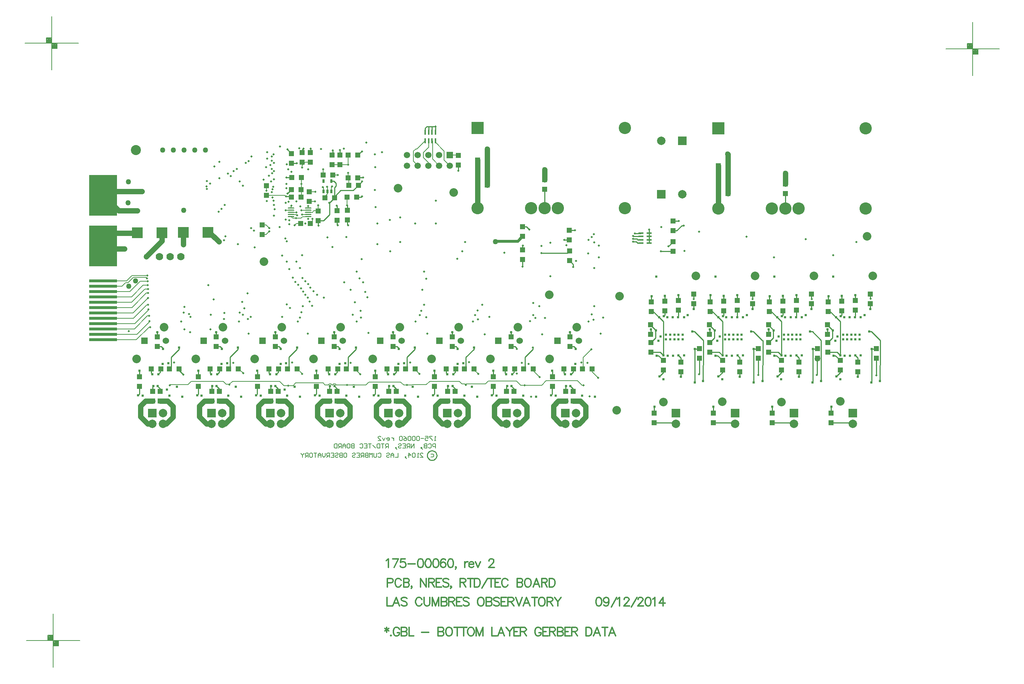
<source format=gbl>
%FSLAX23Y23*%
%MOIN*%
G70*
G01*
G75*
G04 Layer_Physical_Order=8*
G04 Layer_Color=16711680*
%ADD10R,0.217X0.120*%
%ADD11R,0.012X0.065*%
%ADD12R,0.065X0.012*%
%ADD13O,0.071X0.012*%
%ADD14O,0.012X0.071*%
%ADD15O,0.098X0.028*%
%ADD16R,0.280X0.100*%
%ADD17R,0.100X0.100*%
%ADD18R,0.264X0.030*%
%ADD19R,0.264X0.383*%
G04:AMPARAMS|DCode=20|XSize=17mil|YSize=50mil|CornerRadius=5mil|HoleSize=0mil|Usage=FLASHONLY|Rotation=180.000|XOffset=0mil|YOffset=0mil|HoleType=Round|Shape=RoundedRectangle|*
%AMROUNDEDRECTD20*
21,1,0.017,0.040,0,0,180.0*
21,1,0.007,0.050,0,0,180.0*
1,1,0.010,-0.003,0.020*
1,1,0.010,0.003,0.020*
1,1,0.010,0.003,-0.020*
1,1,0.010,-0.003,-0.020*
%
%ADD20ROUNDEDRECTD20*%
%ADD21R,0.126X0.071*%
%ADD22R,0.050X0.050*%
%ADD23R,0.050X0.050*%
%ADD24C,0.005*%
%ADD25C,0.010*%
%ADD26C,0.030*%
%ADD27C,0.050*%
%ADD28C,0.025*%
%ADD29C,0.012*%
%ADD30C,0.008*%
%ADD31C,0.012*%
%ADD32C,0.012*%
%ADD33C,0.060*%
%ADD34R,0.060X0.060*%
%ADD35C,0.024*%
%ADD36C,0.070*%
%ADD37R,0.115X0.115*%
%ADD38C,0.115*%
%ADD39C,0.080*%
%ADD40C,0.050*%
%ADD41C,0.094*%
%ADD42C,0.079*%
%ADD43R,0.079X0.079*%
%ADD44C,0.059*%
%ADD45R,0.059X0.059*%
%ADD46C,0.020*%
%ADD47C,0.040*%
%ADD48C,0.100*%
G04:AMPARAMS|DCode=49|XSize=90mil|YSize=90mil|CornerRadius=0mil|HoleSize=0mil|Usage=FLASHONLY|Rotation=0.000|XOffset=0mil|YOffset=0mil|HoleType=Round|Shape=Relief|Width=10mil|Gap=10mil|Entries=4|*
%AMTHD49*
7,0,0,0.090,0.070,0.010,45*
%
%ADD49THD49*%
G04:AMPARAMS|DCode=50|XSize=100mil|YSize=100mil|CornerRadius=0mil|HoleSize=0mil|Usage=FLASHONLY|Rotation=0.000|XOffset=0mil|YOffset=0mil|HoleType=Round|Shape=Relief|Width=10mil|Gap=10mil|Entries=4|*
%AMTHD50*
7,0,0,0.100,0.080,0.010,45*
%
%ADD50THD50*%
G04:AMPARAMS|DCode=51|XSize=138mil|YSize=138mil|CornerRadius=0mil|HoleSize=0mil|Usage=FLASHONLY|Rotation=0.000|XOffset=0mil|YOffset=0mil|HoleType=Round|Shape=Relief|Width=10mil|Gap=10mil|Entries=4|*
%AMTHD51*
7,0,0,0.138,0.118,0.010,45*
%
%ADD51THD51*%
%ADD52C,0.118*%
%ADD53C,0.092*%
%ADD54C,0.072*%
%ADD55C,0.134*%
%ADD56C,0.079*%
%ADD57C,0.075*%
G04:AMPARAMS|DCode=58|XSize=107.244mil|YSize=107.244mil|CornerRadius=0mil|HoleSize=0mil|Usage=FLASHONLY|Rotation=0.000|XOffset=0mil|YOffset=0mil|HoleType=Round|Shape=Relief|Width=10mil|Gap=10mil|Entries=4|*
%AMTHD58*
7,0,0,0.107,0.087,0.010,45*
%
%ADD58THD58*%
%ADD59C,0.087*%
G04:AMPARAMS|DCode=60|XSize=112mil|YSize=112mil|CornerRadius=0mil|HoleSize=0mil|Usage=FLASHONLY|Rotation=0.000|XOffset=0mil|YOffset=0mil|HoleType=Round|Shape=Relief|Width=10mil|Gap=10mil|Entries=4|*
%AMTHD60*
7,0,0,0.112,0.092,0.010,45*
%
%ADD60THD60*%
G04:AMPARAMS|DCode=61|XSize=70mil|YSize=70mil|CornerRadius=0mil|HoleSize=0mil|Usage=FLASHONLY|Rotation=0.000|XOffset=0mil|YOffset=0mil|HoleType=Round|Shape=Relief|Width=10mil|Gap=10mil|Entries=4|*
%AMTHD61*
7,0,0,0.070,0.050,0.010,45*
%
%ADD61THD61*%
%ADD62C,0.068*%
G04:AMPARAMS|DCode=63|XSize=88mil|YSize=88mil|CornerRadius=0mil|HoleSize=0mil|Usage=FLASHONLY|Rotation=0.000|XOffset=0mil|YOffset=0mil|HoleType=Round|Shape=Relief|Width=10mil|Gap=10mil|Entries=4|*
%AMTHD63*
7,0,0,0.088,0.068,0.010,45*
%
%ADD63THD63*%
%ADD64C,0.020*%
%ADD65C,0.054*%
G04:AMPARAMS|DCode=66|XSize=92mil|YSize=92mil|CornerRadius=0mil|HoleSize=0mil|Usage=FLASHONLY|Rotation=0.000|XOffset=0mil|YOffset=0mil|HoleType=Round|Shape=Relief|Width=10mil|Gap=10mil|Entries=4|*
%AMTHD66*
7,0,0,0.092,0.072,0.010,45*
%
%ADD66THD66*%
G04:AMPARAMS|DCode=67|XSize=95.433mil|YSize=95.433mil|CornerRadius=0mil|HoleSize=0mil|Usage=FLASHONLY|Rotation=0.000|XOffset=0mil|YOffset=0mil|HoleType=Round|Shape=Relief|Width=10mil|Gap=10mil|Entries=4|*
%AMTHD67*
7,0,0,0.095,0.075,0.010,45*
%
%ADD67THD67*%
%ADD68R,0.045X0.017*%
%ADD69R,0.024X0.037*%
%ADD70O,0.061X0.010*%
%ADD71R,0.017X0.045*%
%ADD72C,0.006*%
D17*
X11227Y12447D02*
D03*
X11457D02*
D03*
X11886Y12452D02*
D03*
X11656D02*
D03*
D18*
X10907Y11950D02*
D03*
Y11900D02*
D03*
Y11850D02*
D03*
Y11800D02*
D03*
Y11750D02*
D03*
Y11450D02*
D03*
Y11500D02*
D03*
Y11550D02*
D03*
Y11600D02*
D03*
Y11650D02*
D03*
Y11700D02*
D03*
Y12000D02*
D03*
D19*
Y12798D02*
D03*
Y12325D02*
D03*
D22*
X12393Y12522D02*
D03*
Y12432D02*
D03*
X12666Y13190D02*
D03*
Y13100D02*
D03*
X12831Y12833D02*
D03*
Y12743D02*
D03*
X13091Y12565D02*
D03*
Y12655D02*
D03*
X13190Y12567D02*
D03*
Y12657D02*
D03*
X12432Y12800D02*
D03*
Y12890D02*
D03*
X12767Y13197D02*
D03*
Y13107D02*
D03*
X12843Y13197D02*
D03*
Y13107D02*
D03*
X13119Y13174D02*
D03*
Y13084D02*
D03*
X17675Y11590D02*
D03*
Y11500D02*
D03*
X17124Y11590D02*
D03*
Y11500D02*
D03*
X16573Y11590D02*
D03*
Y11500D02*
D03*
X16022Y11590D02*
D03*
Y11500D02*
D03*
X17678Y11332D02*
D03*
Y11422D02*
D03*
X17127Y11332D02*
D03*
Y11422D02*
D03*
X16576Y11332D02*
D03*
Y11422D02*
D03*
X16025Y11332D02*
D03*
Y11422D02*
D03*
X15298Y10965D02*
D03*
Y10875D02*
D03*
X14747Y10965D02*
D03*
Y10875D02*
D03*
X14196Y10965D02*
D03*
Y10875D02*
D03*
X13644Y10965D02*
D03*
Y10875D02*
D03*
X13093Y10965D02*
D03*
Y10875D02*
D03*
X12542Y10965D02*
D03*
Y10875D02*
D03*
X11991Y10965D02*
D03*
Y10875D02*
D03*
X11440Y10965D02*
D03*
Y10875D02*
D03*
X15228Y10965D02*
D03*
Y10875D02*
D03*
X14677Y10965D02*
D03*
Y10875D02*
D03*
X14126Y10965D02*
D03*
Y10875D02*
D03*
X13574Y10965D02*
D03*
Y10875D02*
D03*
X13023Y10965D02*
D03*
Y10875D02*
D03*
X12472Y10965D02*
D03*
Y10875D02*
D03*
X11921Y10965D02*
D03*
Y10875D02*
D03*
X11370Y10965D02*
D03*
Y10875D02*
D03*
X15104Y11101D02*
D03*
Y11011D02*
D03*
X14553Y11101D02*
D03*
Y11011D02*
D03*
X14002Y11101D02*
D03*
Y11011D02*
D03*
X13450Y11101D02*
D03*
Y11011D02*
D03*
X12899Y11101D02*
D03*
Y11011D02*
D03*
X12348Y11101D02*
D03*
Y11011D02*
D03*
X11797Y11101D02*
D03*
Y11011D02*
D03*
X11246Y11101D02*
D03*
Y11011D02*
D03*
X17281Y12814D02*
D03*
Y12904D02*
D03*
X15032Y12856D02*
D03*
Y12946D02*
D03*
X14226Y13172D02*
D03*
Y13082D02*
D03*
X15264Y12187D02*
D03*
Y12277D02*
D03*
X14827Y12199D02*
D03*
Y12289D02*
D03*
X14827Y12506D02*
D03*
Y12416D02*
D03*
X17809Y11717D02*
D03*
Y11807D02*
D03*
X17258Y11717D02*
D03*
Y11807D02*
D03*
X16707Y11717D02*
D03*
Y11807D02*
D03*
X16156Y11717D02*
D03*
Y11807D02*
D03*
X17710Y10673D02*
D03*
Y10763D02*
D03*
X17159Y10673D02*
D03*
Y10763D02*
D03*
X16608Y10673D02*
D03*
Y10763D02*
D03*
X16057Y10673D02*
D03*
Y10763D02*
D03*
X17682Y11713D02*
D03*
Y11803D02*
D03*
X17131Y11713D02*
D03*
Y11803D02*
D03*
X16580Y11713D02*
D03*
Y11803D02*
D03*
X16029Y11713D02*
D03*
Y11803D02*
D03*
X18132Y11274D02*
D03*
Y11364D02*
D03*
X17581Y11274D02*
D03*
Y11364D02*
D03*
X17030Y11274D02*
D03*
Y11364D02*
D03*
X16479Y11274D02*
D03*
Y11364D02*
D03*
X17959Y11237D02*
D03*
Y11147D02*
D03*
X17408Y11237D02*
D03*
Y11147D02*
D03*
X16857Y11237D02*
D03*
Y11147D02*
D03*
X16306Y11237D02*
D03*
Y11147D02*
D03*
X17796Y11254D02*
D03*
Y11164D02*
D03*
X17245Y11254D02*
D03*
Y11164D02*
D03*
X16694Y11254D02*
D03*
Y11164D02*
D03*
X16143Y11254D02*
D03*
Y11164D02*
D03*
X17935Y11725D02*
D03*
Y11815D02*
D03*
X17384Y11725D02*
D03*
Y11815D02*
D03*
X16833Y11725D02*
D03*
Y11815D02*
D03*
X16282Y11725D02*
D03*
Y11815D02*
D03*
X18077Y11786D02*
D03*
Y11876D02*
D03*
X17526Y11786D02*
D03*
Y11876D02*
D03*
X16975Y11786D02*
D03*
Y11876D02*
D03*
X16424Y11786D02*
D03*
Y11876D02*
D03*
X15270Y11384D02*
D03*
Y11474D02*
D03*
X14719Y11384D02*
D03*
Y11474D02*
D03*
X14168Y11384D02*
D03*
Y11474D02*
D03*
X13616Y11384D02*
D03*
Y11474D02*
D03*
X13065Y11384D02*
D03*
Y11474D02*
D03*
X12514Y11384D02*
D03*
Y11474D02*
D03*
X11963Y11384D02*
D03*
Y11474D02*
D03*
X11412Y11384D02*
D03*
Y11474D02*
D03*
X15263Y12383D02*
D03*
Y12473D02*
D03*
X16232Y12558D02*
D03*
Y12468D02*
D03*
X16232Y12276D02*
D03*
Y12366D02*
D03*
X13047Y13084D02*
D03*
Y13174D02*
D03*
X12916Y12653D02*
D03*
Y12563D02*
D03*
D23*
X13276Y12783D02*
D03*
X13186D02*
D03*
X12670Y12965D02*
D03*
X12760D02*
D03*
X12667Y12781D02*
D03*
X12757D02*
D03*
X13286Y12963D02*
D03*
X13196D02*
D03*
X13286Y13174D02*
D03*
X13196D02*
D03*
X12665Y12851D02*
D03*
X12755D02*
D03*
X15213Y11175D02*
D03*
X15303D02*
D03*
X14662D02*
D03*
X14752D02*
D03*
X14111D02*
D03*
X14201D02*
D03*
X13559D02*
D03*
X13649D02*
D03*
X13008D02*
D03*
X13098D02*
D03*
X12457D02*
D03*
X12547D02*
D03*
X11906D02*
D03*
X11996D02*
D03*
X11355D02*
D03*
X11445D02*
D03*
X15385Y11176D02*
D03*
X15475D02*
D03*
X14834D02*
D03*
X14924D02*
D03*
X14283D02*
D03*
X14373D02*
D03*
X13731D02*
D03*
X13821D02*
D03*
X13180D02*
D03*
X13270D02*
D03*
X12629D02*
D03*
X12719D02*
D03*
X12078D02*
D03*
X12168D02*
D03*
X11527D02*
D03*
X11617D02*
D03*
X16657Y13076D02*
D03*
X16747D02*
D03*
X16657Y12986D02*
D03*
X16747D02*
D03*
X16657Y12896D02*
D03*
X16747D02*
D03*
X16657Y12816D02*
D03*
X16747D02*
D03*
X14407Y13056D02*
D03*
X14497D02*
D03*
X14407Y12976D02*
D03*
X14497D02*
D03*
X14407Y12896D02*
D03*
X14497D02*
D03*
X14407Y13129D02*
D03*
X14497D02*
D03*
X12843Y12534D02*
D03*
X12753D02*
D03*
X12961Y12990D02*
D03*
X13051D02*
D03*
X12978Y12776D02*
D03*
X13068D02*
D03*
X13201Y12893D02*
D03*
X13291D02*
D03*
D24*
X12432Y12843D02*
Y12890D01*
X12603Y12800D02*
X12615Y12788D01*
X12432Y12800D02*
X12603D01*
X12428Y12432D02*
X12458Y12462D01*
X12393Y12432D02*
X12428D01*
X12429Y12522D02*
X12459Y12492D01*
X12393Y12522D02*
X12429D01*
X12961Y13042D02*
X12962Y13043D01*
X12961Y12990D02*
Y13042D01*
X13095Y12990D02*
X13098Y12987D01*
X13051Y12990D02*
X13095D01*
X12958Y12875D02*
X12964Y12869D01*
Y12835D02*
Y12869D01*
X13039Y12879D02*
X13044Y12883D01*
X13039Y12835D02*
Y12879D01*
X12998Y12877D02*
X13002Y12873D01*
Y12835D02*
Y12873D01*
Y12811D02*
Y12835D01*
X12978Y12787D02*
X13002Y12811D01*
X12978Y12776D02*
Y12787D01*
X12889Y12833D02*
X12890Y12832D01*
X12831Y12833D02*
X12889D01*
X12915Y12654D02*
X12916Y12653D01*
X12876Y12654D02*
X12915D01*
X12861Y12639D02*
X12876Y12654D01*
X12822Y12639D02*
X12861D01*
Y12552D02*
Y12577D01*
X12843Y12534D02*
X12861Y12552D01*
X12713Y12534D02*
X12753D01*
X12697Y12518D02*
X12713Y12534D01*
X12709Y12585D02*
X12710Y12584D01*
X12755D01*
X12770Y12600D01*
X12822D01*
X12822Y12600D01*
X12678Y12585D02*
X12709D01*
X12663Y12600D02*
X12678Y12585D01*
X12822Y12658D02*
X12822Y12659D01*
X12760Y12658D02*
X12822D01*
X12820Y12617D02*
X12822Y12620D01*
X12767Y12617D02*
X12820D01*
X12663Y12620D02*
X12709D01*
X12718Y12611D01*
X12612Y12659D02*
X12663D01*
X12611Y12657D02*
X12612Y12659D01*
X12831Y12743D02*
X12832Y12742D01*
X12885D01*
X12711Y12639D02*
X12712Y12638D01*
X12663Y12639D02*
X12711D01*
X12822Y12699D02*
X12823Y12699D01*
X12822Y12679D02*
Y12699D01*
X12663Y12701D02*
X12665Y12703D01*
X12663Y12679D02*
Y12701D01*
X13186Y12706D02*
X13190Y12702D01*
X12916Y12653D02*
Y12706D01*
X12758Y12782D02*
Y12906D01*
X12757Y12781D02*
X12758Y12782D01*
Y12906D02*
X12760Y12908D01*
Y12965D01*
X12766Y13079D02*
X12796Y13109D01*
X12766Y13060D02*
Y13079D01*
X12796Y13109D02*
X12798Y13107D01*
X12843D01*
X13119Y13084D02*
X13196D01*
X13047D02*
X13119D01*
X13196D02*
Y13174D01*
X13195Y13008D02*
X13196Y13007D01*
Y12963D02*
Y13007D01*
Y12963D02*
X13201Y12958D01*
Y12893D02*
Y12958D01*
X13186Y12706D02*
Y12783D01*
X15391Y11282D02*
X15468Y11358D01*
X15391Y11182D02*
Y11282D01*
X15385Y11176D02*
X15391Y11182D01*
X15475Y11149D02*
X15532Y11092D01*
X15475Y11149D02*
Y11176D01*
X14924Y11160D02*
X14987Y11097D01*
X14924Y11160D02*
Y11176D01*
X14373Y11166D02*
X14411Y11128D01*
X14373Y11166D02*
Y11176D01*
X13821Y11169D02*
X13861Y11130D01*
X13821Y11169D02*
Y11176D01*
X13270Y11166D02*
X13310Y11126D01*
X13270Y11166D02*
Y11176D01*
X12765Y11129D02*
Y11131D01*
X12719Y11176D02*
X12765Y11131D01*
X12172Y11176D02*
X12214Y11134D01*
X12168Y11176D02*
X12172D01*
X12055Y11031D02*
X12085D01*
X12114Y11060D01*
X12554D01*
X12596Y11018D01*
X12681D01*
X13085Y11026D02*
X13240D01*
X13256Y11027D02*
X13257Y11026D01*
X13240Y11027D02*
X13256D01*
X13240Y11026D02*
X13240Y11027D01*
X13076Y11035D02*
X13085Y11026D01*
X13060Y11035D02*
X13076D01*
X13052Y11026D02*
X13060Y11035D01*
X13045Y11026D02*
X13052D01*
X13035Y11036D02*
X13045Y11026D01*
X13019Y11036D02*
X13035D01*
X13010Y11026D02*
X13019Y11036D01*
X12979Y11026D02*
X13010D01*
X12961Y11044D02*
X12979Y11026D01*
X13714Y11025D02*
X13790D01*
X14296Y11034D02*
X14480D01*
X14260D02*
X14286D01*
X14296Y11024D01*
X14846Y11021D02*
X15004D01*
X14808D02*
X14846D01*
X15381D02*
X15396D01*
X15338Y11064D02*
X15381Y11021D01*
X15047Y11064D02*
X15338D01*
X15004Y11021D02*
X15047Y11064D01*
X14768Y11061D02*
X14808Y11021D01*
X14507Y11061D02*
X14768D01*
X14480Y11034D02*
X14507Y11061D01*
X14234Y11060D02*
X14260Y11034D01*
X13959Y11060D02*
X14234D01*
X13925Y11027D02*
X13959Y11060D01*
X13791Y11027D02*
X13925D01*
X13790Y11025D02*
X13791Y11027D01*
X13687Y11052D02*
X13714Y11025D01*
X13389Y11052D02*
X13687D01*
X13363Y11026D02*
X13389Y11052D01*
X13257Y11026D02*
X13363D01*
X12706Y11044D02*
X12961D01*
X12681Y11018D02*
X12706Y11044D01*
X12028Y11058D02*
X12055Y11031D01*
X11730Y11058D02*
X12028D01*
X11698Y11027D02*
X11730Y11058D01*
X11532Y11027D02*
X11698D01*
X11529Y11023D02*
X11532Y11027D01*
X11280Y11957D02*
X11321D01*
X11172Y11850D02*
X11280Y11957D01*
X10907Y11850D02*
X11172D01*
X10907Y11700D02*
X11186D01*
X11325Y11838D01*
X10907Y11750D02*
X11175D01*
X11310Y11884D01*
X11324D01*
X10907Y11800D02*
X11172D01*
X11295Y11922D01*
X11324D01*
X10907Y11900D02*
X11156D01*
X11253Y11996D01*
X11321D01*
X10907Y11950D02*
X11081D01*
X11114Y11982D01*
X11139D01*
X11189Y12032D01*
X11307D01*
X11317Y12022D01*
X10907Y12000D02*
X11126D01*
X11175Y12048D01*
X11320D01*
X10907Y11650D02*
X11189D01*
X11316Y11776D01*
X11326D01*
X10907Y11600D02*
X11203D01*
X11330Y11726D01*
Y11733D01*
X10907Y11550D02*
X11198D01*
X11320Y11671D01*
X11334D01*
X10907Y11500D02*
X11221D01*
X11338Y11616D01*
Y11622D01*
X10907Y11450D02*
X11217D01*
X11334Y11566D01*
X11344D01*
X14012Y13294D02*
Y13310D01*
Y13294D02*
X14093Y13213D01*
Y13130D02*
Y13213D01*
Y13130D02*
X14147Y13076D01*
X13980Y13310D02*
X13984Y13307D01*
Y13139D02*
Y13307D01*
Y13139D02*
X14047Y13076D01*
X13949Y13248D02*
Y13310D01*
X13898Y13197D02*
X13949Y13248D01*
X13898Y13153D02*
Y13197D01*
Y13153D02*
X13947Y13104D01*
Y13076D02*
Y13104D01*
X13840Y13233D02*
X13917Y13310D01*
X13828Y13233D02*
X13840D01*
X13806Y13211D02*
X13828Y13233D01*
X13806Y13117D02*
Y13211D01*
Y13117D02*
X13847Y13076D01*
X14147Y13176D02*
X14222D01*
X14226Y13172D01*
D25*
X14024Y10366D02*
X14023Y10376D01*
X14019Y10386D01*
X14014Y10394D01*
X14007Y10401D01*
X13998Y10406D01*
X13989Y10410D01*
X13979Y10411D01*
X13969Y10410D01*
X13960Y10406D01*
X13951Y10401D01*
X13944Y10394D01*
X13939Y10386D01*
X13935Y10376D01*
X13934Y10366D01*
X13935Y10356D01*
X13939Y10347D01*
X13944Y10338D01*
X13951Y10331D01*
X13960Y10326D01*
X13969Y10323D01*
X13979Y10322D01*
X13989Y10323D01*
X13998Y10326D01*
X14007Y10331D01*
X14014Y10338D01*
X14019Y10347D01*
X14023Y10356D01*
X14024Y10366D01*
X12713Y13100D02*
X12715Y13098D01*
X12666Y13100D02*
X12713D01*
X12629Y13227D02*
X12666Y13190D01*
X13068Y12786D02*
Y12872D01*
Y12776D02*
Y12786D01*
X13039Y12931D02*
X13062D01*
X13081Y12912D01*
Y12885D02*
Y12912D01*
X13068Y12872D02*
X13081Y12885D01*
X13021Y12619D02*
Y12727D01*
Y12729D02*
X13068Y12776D01*
X12965Y12563D02*
X13021Y12619D01*
X12916Y12563D02*
X12965D01*
X13068Y12786D02*
X13126Y12844D01*
X13242D01*
X13291Y12893D01*
X11617Y11163D02*
X11657Y11123D01*
X11617Y11163D02*
Y11176D01*
X15928Y12442D02*
X15931Y12445D01*
X15874Y12442D02*
X15877Y12445D01*
X15874Y12442D02*
X15928D01*
X15861Y12414D02*
X15931D01*
X15858Y12417D02*
X15861Y12414D01*
X15903Y12351D02*
X15931D01*
X15889Y12365D02*
X15903Y12351D01*
X15858Y12365D02*
X15889D01*
X15858Y12391D02*
X15895D01*
X15903Y12382D02*
X15931D01*
X15895Y12391D02*
X15903Y12382D01*
X13047Y13174D02*
X13051Y13178D01*
Y13220D01*
X13291Y12893D02*
X13292D01*
X13327Y12928D01*
X12629Y12815D02*
X12665Y12851D01*
X12628Y12815D02*
X12629D01*
X12916Y12518D02*
Y12563D01*
Y12518D02*
X12918Y12516D01*
X12660Y12788D02*
X12667Y12781D01*
X12615Y12788D02*
X12660D01*
X12620Y12965D02*
X12670D01*
X12767Y13197D02*
Y13222D01*
X12780Y13235D01*
X12843Y13197D02*
X12844Y13198D01*
Y13235D01*
X13119Y13174D02*
Y13222D01*
X13286Y13174D02*
X13322Y13210D01*
X13326D01*
X13286Y12963D02*
X13288Y12965D01*
X13336D01*
X13276Y12783D02*
X13323D01*
X13327Y12787D01*
X13190Y12657D02*
Y12702D01*
X13090D02*
X13091Y12701D01*
Y12655D02*
Y12701D01*
X13190Y12527D02*
Y12567D01*
Y12527D02*
X13197Y12520D01*
X13091Y12528D02*
Y12565D01*
Y12528D02*
X13100Y12519D01*
X16475Y11126D02*
X16479Y11130D01*
Y11274D01*
X17029Y11119D02*
X17030Y11121D01*
Y11274D01*
X17577Y11118D02*
X17578Y11120D01*
Y11271D01*
X18132Y11116D02*
Y11274D01*
X14862Y12506D02*
X14888Y12480D01*
X14827Y12506D02*
X14862D01*
X14827Y12132D02*
X14827Y12132D01*
Y12199D01*
X15298Y12129D02*
Y12153D01*
X15264Y12187D02*
X15298Y12153D01*
X15261Y12381D02*
X15263Y12383D01*
X15215Y12381D02*
X15261D01*
X14827Y12329D02*
X14828Y12330D01*
X14827Y12289D02*
Y12329D01*
X15001Y12257D02*
X15244D01*
X15264Y12277D01*
X16008Y12445D02*
Y12479D01*
Y12414D02*
Y12445D01*
Y12382D02*
Y12414D01*
Y12351D02*
Y12382D01*
X16314Y12516D02*
X16331D01*
X16266Y12468D02*
X16314Y12516D01*
X16232Y12468D02*
X16266D01*
X16284Y12558D02*
X16285Y12557D01*
X16232Y12558D02*
X16284D01*
X16190Y12321D02*
X16232Y12363D01*
Y12366D01*
X16120Y12276D02*
X16120Y12276D01*
X16232D01*
X16424Y11829D02*
X16424Y11829D01*
Y11876D01*
X16975Y11829D02*
X16976Y11828D01*
X16975Y11829D02*
Y11876D01*
X17526Y11832D02*
X17528Y11830D01*
X17526Y11832D02*
Y11876D01*
X18077Y11833D02*
X18079Y11831D01*
X18077Y11833D02*
Y11876D01*
X10907Y12325D02*
Y12377D01*
X11467Y10661D02*
X11468Y10661D01*
X11355Y11135D02*
X11365Y11125D01*
X11355Y11135D02*
Y11175D01*
X11440Y11170D02*
X11445Y11175D01*
X11440Y10965D02*
Y10990D01*
X11415Y11015D02*
X11440Y10990D01*
X11370Y11012D02*
X11374Y11016D01*
X11370Y10965D02*
Y11012D01*
X11331Y10661D02*
X11367D01*
X11233Y10929D02*
X11245Y10941D01*
X11246Y11101D02*
Y11156D01*
X11245Y11157D02*
X11246Y11156D01*
X11526Y11175D02*
X11527Y11176D01*
X11412Y11384D02*
X11448D01*
X11464Y11368D01*
Y11361D02*
Y11368D01*
X11412Y11474D02*
Y11520D01*
X11527Y11176D02*
X11541Y11190D01*
Y11284D01*
X11615Y11358D01*
Y11374D01*
X11616Y11375D01*
X11422Y11126D02*
X11440Y11144D01*
Y11170D01*
X11245Y10941D02*
Y11012D01*
X11784Y10929D02*
X11796Y10941D01*
Y11012D01*
X12092Y11190D02*
Y11284D01*
X12166Y11358D01*
Y11374D01*
X12167Y11375D01*
X11963Y11384D02*
X11999D01*
X12015Y11368D01*
Y11361D02*
Y11368D01*
X11966Y11015D02*
X11991Y10990D01*
X11973Y11126D02*
X11991Y11144D01*
Y11170D01*
X11796Y11157D02*
X11797Y11156D01*
Y11101D02*
Y11156D01*
X11906Y11135D02*
X11916Y11125D01*
X11906Y11135D02*
Y11175D01*
X11921Y10965D02*
Y11012D01*
X11925Y11016D01*
X11991Y10965D02*
Y10990D01*
X12019Y10661D02*
X12019Y10661D01*
X11882Y10661D02*
X11919D01*
X11963Y11474D02*
Y11520D01*
X11991Y11170D02*
X11996Y11175D01*
X12077D02*
X12078Y11176D01*
X12092Y11190D01*
X12335Y10929D02*
X12347Y10941D01*
Y11012D01*
X12643Y11190D02*
Y11284D01*
X12717Y11358D01*
Y11374D01*
X12718Y11375D01*
X12514Y11384D02*
X12550D01*
X12566Y11368D01*
Y11361D02*
Y11368D01*
X12517Y11015D02*
X12542Y10990D01*
X12524Y11126D02*
X12542Y11144D01*
Y11170D01*
X12347Y11157D02*
X12348Y11156D01*
Y11101D02*
Y11156D01*
X12457Y11135D02*
X12467Y11125D01*
X12457Y11135D02*
Y11175D01*
X12472Y10965D02*
Y11012D01*
X12476Y11016D01*
X12542Y10965D02*
Y10990D01*
X12570Y10661D02*
X12570Y10661D01*
X12433Y10661D02*
X12470D01*
X12514Y11474D02*
Y11520D01*
X12542Y11170D02*
X12547Y11175D01*
X12628D02*
X12629Y11176D01*
X12643Y11190D01*
X12886Y10929D02*
X12898Y10941D01*
Y11012D01*
X13194Y11190D02*
Y11284D01*
X13268Y11358D01*
Y11374D01*
X13269Y11375D01*
X13065Y11384D02*
X13101D01*
X13117Y11368D01*
Y11361D02*
Y11368D01*
X13068Y11015D02*
X13093Y10990D01*
X13075Y11126D02*
X13093Y11144D01*
Y11170D01*
X12898Y11157D02*
X12899Y11156D01*
Y11101D02*
Y11156D01*
X13008Y11135D02*
X13018Y11125D01*
X13008Y11135D02*
Y11175D01*
X13023Y10965D02*
Y11012D01*
X13027Y11016D01*
X13093Y10965D02*
Y10990D01*
X13121Y10661D02*
X13121Y10661D01*
X12984Y10661D02*
X13021D01*
X13065Y11474D02*
Y11520D01*
X13093Y11170D02*
X13098Y11175D01*
X13179D02*
X13180Y11176D01*
X13194Y11190D01*
X13437Y10929D02*
X13449Y10941D01*
Y11012D01*
X13745Y11190D02*
Y11284D01*
X13819Y11358D01*
Y11374D01*
X13820Y11375D01*
X13616Y11384D02*
X13652D01*
X13668Y11368D01*
Y11361D02*
Y11368D01*
X13619Y11015D02*
X13644Y10990D01*
X13626Y11126D02*
X13644Y11144D01*
Y11170D01*
X13449Y11157D02*
X13450Y11156D01*
Y11101D02*
Y11156D01*
X13559Y11135D02*
X13569Y11125D01*
X13559Y11135D02*
Y11175D01*
X13574Y10965D02*
Y11012D01*
X13578Y11016D01*
X13644Y10965D02*
Y10990D01*
X13672Y10661D02*
X13672Y10661D01*
X13535Y10661D02*
X13572D01*
X13616Y11474D02*
Y11520D01*
X13644Y11170D02*
X13649Y11175D01*
X13730D02*
X13731Y11176D01*
X13745Y11190D01*
X13989Y10929D02*
X14001Y10941D01*
Y11012D01*
X14297Y11190D02*
Y11284D01*
X14371Y11358D01*
Y11374D01*
X14372Y11375D01*
X14168Y11384D02*
X14204D01*
X14220Y11368D01*
Y11361D02*
Y11368D01*
X14171Y11015D02*
X14196Y10990D01*
X14178Y11126D02*
X14196Y11144D01*
Y11170D01*
X14001Y11157D02*
X14002Y11156D01*
Y11101D02*
Y11156D01*
X14111Y11135D02*
X14121Y11125D01*
X14111Y11135D02*
Y11175D01*
X14126Y10965D02*
Y11012D01*
X14130Y11016D01*
X14196Y10965D02*
Y10990D01*
X14223Y10661D02*
X14223Y10661D01*
X14086Y10661D02*
X14123D01*
X14168Y11474D02*
Y11520D01*
X14196Y11170D02*
X14201Y11175D01*
X14282D02*
X14283Y11176D01*
X14297Y11190D01*
X14540Y10929D02*
X14552Y10941D01*
Y11012D01*
X14848Y11190D02*
Y11284D01*
X14922Y11358D01*
Y11374D01*
X14719Y11384D02*
X14755D01*
X14771Y11368D01*
Y11361D02*
Y11368D01*
X14722Y11015D02*
X14747Y10990D01*
X14729Y11126D02*
X14747Y11144D01*
Y11170D01*
X14552Y11157D02*
X14553Y11156D01*
Y11101D02*
Y11156D01*
X14662Y11135D02*
X14672Y11125D01*
X14662Y11135D02*
Y11175D01*
X14677Y10965D02*
Y11012D01*
X14681Y11016D01*
X14747Y10965D02*
Y10990D01*
X14774Y10661D02*
X14775Y10661D01*
X14638Y10661D02*
X14674D01*
X14719Y11474D02*
Y11520D01*
X14747Y11170D02*
X14752Y11175D01*
X14834Y11176D02*
X14848Y11190D01*
X15091Y10929D02*
X15103Y10941D01*
Y11012D01*
X15270Y11384D02*
X15306D01*
X15322Y11368D01*
Y11361D02*
Y11368D01*
X15273Y11015D02*
X15298Y10990D01*
X15280Y11126D02*
X15298Y11144D01*
Y11170D01*
X15103Y11157D02*
X15104Y11156D01*
Y11101D02*
Y11156D01*
X15213Y11135D02*
X15223Y11125D01*
X15213Y11135D02*
Y11175D01*
X15228Y10965D02*
Y11012D01*
X15232Y11016D01*
X15298Y10965D02*
Y10990D01*
X15326Y10661D02*
X15326Y10661D01*
X15189Y10661D02*
X15226D01*
X15270Y11474D02*
Y11520D01*
X15298Y11170D02*
X15303Y11175D01*
X15384D02*
X15385Y11176D01*
X16436Y11363D02*
X16483D01*
X16484Y11364D01*
X16436Y11051D02*
Y11363D01*
X16434Y11049D02*
X16436Y11051D01*
X16057Y10763D02*
Y10821D01*
X16058Y10822D01*
X16057Y10673D02*
X16248D01*
X16260Y10661D01*
X16512Y11063D02*
Y11210D01*
X16515Y11213D01*
Y11442D01*
X16432Y11525D02*
X16515Y11442D01*
X16411Y11525D02*
X16432D01*
X16306Y11101D02*
Y11147D01*
Y11101D02*
X16306Y11101D01*
X16143Y11142D02*
Y11164D01*
X16106Y11105D02*
X16143Y11142D01*
X16097Y11300D02*
X16143Y11254D01*
X16078Y11300D02*
X16097D01*
X16306Y11237D02*
Y11278D01*
X16283Y11301D02*
X16306Y11278D01*
X16282Y11662D02*
Y11725D01*
X16280Y11660D02*
X16282Y11662D01*
X16424Y11735D02*
Y11786D01*
Y11735D02*
X16424Y11735D01*
X16282Y11815D02*
Y11863D01*
X16283Y11864D01*
X16156Y11807D02*
Y11858D01*
X16156Y11858D01*
X16029Y11803D02*
Y11852D01*
X16033Y11856D01*
X16156Y11678D02*
Y11717D01*
X16147Y11669D02*
X16156Y11678D01*
X16047Y11713D02*
X16103Y11657D01*
X16029Y11713D02*
X16047D01*
X16022Y11500D02*
X16024Y11502D01*
Y11544D01*
X16025Y11422D02*
X16068Y11465D01*
Y11532D01*
X16071Y11535D01*
X16022Y11584D02*
X16071Y11535D01*
X16022Y11584D02*
Y11590D01*
X16025Y11332D02*
X16112D01*
X16143Y11301D01*
Y11617D01*
X16103Y11657D02*
X16143Y11617D01*
X16576Y11422D02*
X16619Y11465D01*
X16573Y11584D02*
X16622Y11535D01*
X16619Y11465D02*
Y11532D01*
X16622Y11535D01*
X16576Y11332D02*
X16663D01*
X16654Y11657D02*
X16694Y11617D01*
X16598Y11713D02*
X16654Y11657D01*
X16694Y11301D02*
Y11617D01*
X16663Y11332D02*
X16694Y11301D01*
X16698Y11669D02*
X16707Y11678D01*
Y11717D01*
X16629Y11300D02*
X16648D01*
X16694Y11254D01*
X16857Y11237D02*
Y11278D01*
X16834Y11301D02*
X16857Y11278D01*
X16985Y11049D02*
X16987Y11051D01*
Y11363D01*
X17034D01*
X16962Y11525D02*
X16983D01*
X17069Y11063D02*
Y11210D01*
X17072Y11213D01*
X16983Y11525D02*
X17066Y11442D01*
X17072Y11213D02*
Y11442D01*
X16831Y11660D02*
X16833Y11662D01*
Y11725D01*
X16573Y11584D02*
Y11590D01*
Y11500D02*
X16575Y11502D01*
Y11544D01*
X16608Y10673D02*
X16799D01*
X16811Y10661D01*
X16707Y11807D02*
Y11858D01*
X16707Y11858D01*
X16608Y10763D02*
Y10821D01*
X16609Y10822D01*
X16580Y11713D02*
X16598D01*
X16857Y11101D02*
Y11147D01*
Y11101D02*
X16857Y11101D01*
X16657Y11105D02*
X16694Y11142D01*
Y11164D01*
X16975Y11735D02*
Y11786D01*
Y11735D02*
X16975Y11735D01*
X16833Y11815D02*
Y11865D01*
X16833Y11865D01*
X16580Y11803D02*
Y11864D01*
X16582Y11866D01*
X17127Y11422D02*
X17170Y11465D01*
X17124Y11584D02*
X17173Y11535D01*
X17170Y11465D02*
Y11532D01*
X17173Y11535D01*
X17127Y11332D02*
X17214D01*
X17205Y11657D02*
X17245Y11617D01*
X17149Y11713D02*
X17205Y11657D01*
X17245Y11301D02*
Y11617D01*
X17214Y11332D02*
X17245Y11301D01*
X17249Y11669D02*
X17258Y11678D01*
Y11717D01*
X17199Y11300D02*
X17245Y11254D01*
X17180Y11300D02*
X17199D01*
X17408Y11237D02*
Y11278D01*
X17385Y11301D02*
X17408Y11278D01*
X17536Y11049D02*
X17538Y11051D01*
Y11363D01*
X17585D01*
X17513Y11525D02*
X17534D01*
X17614Y11063D02*
Y11210D01*
X17617Y11213D01*
X17534Y11525D02*
X17617Y11442D01*
Y11213D02*
Y11442D01*
X17384Y11662D02*
Y11725D01*
X17382Y11660D02*
X17384Y11662D01*
X17124Y11584D02*
Y11590D01*
Y11500D02*
X17126Y11502D01*
Y11544D01*
X17159Y10673D02*
X17350D01*
X17362Y10661D01*
X17258Y11807D02*
Y11858D01*
X17258Y11858D01*
X17159Y10763D02*
Y10821D01*
X17160Y10822D01*
X17131Y11713D02*
X17149D01*
X17131Y11803D02*
Y11852D01*
X17135Y11856D01*
X17585Y11363D02*
X17586Y11364D01*
X17408Y11101D02*
X17408Y11101D01*
X17408Y11101D02*
Y11147D01*
X17208Y11105D02*
X17245Y11142D01*
Y11164D01*
X17384Y11815D02*
Y11863D01*
X17385Y11864D01*
X17526Y11735D02*
X17526Y11735D01*
X17526Y11735D02*
Y11786D01*
X17678Y11422D02*
X17721Y11465D01*
X17675Y11584D02*
X17724Y11535D01*
X17721Y11465D02*
Y11532D01*
X17724Y11535D01*
X17678Y11332D02*
X17765D01*
X17756Y11657D02*
X17796Y11617D01*
X17700Y11713D02*
X17756Y11657D01*
X17796Y11301D02*
Y11617D01*
X17765Y11332D02*
X17796Y11301D01*
X17800Y11669D02*
X17809Y11678D01*
Y11717D01*
X17750Y11300D02*
X17796Y11254D01*
X17731Y11300D02*
X17750D01*
X17959Y11237D02*
Y11278D01*
X17936Y11301D02*
X17959Y11278D01*
X18087Y11049D02*
X18089Y11051D01*
Y11363D01*
X18136D01*
X18064Y11525D02*
X18085D01*
X18165Y11063D02*
Y11210D01*
X18168Y11213D01*
X18085Y11525D02*
X18168Y11442D01*
Y11213D02*
Y11442D01*
X17935Y11662D02*
Y11725D01*
X17933Y11660D02*
X17935Y11662D01*
X17675Y11584D02*
Y11590D01*
Y11500D02*
X17677Y11502D01*
Y11544D01*
X17710Y10673D02*
X17901D01*
X17913Y10661D01*
X17809Y11807D02*
Y11858D01*
X17809Y11858D01*
X17710Y10763D02*
Y10821D01*
X17711Y10822D01*
X17682Y11713D02*
X17700D01*
X17682Y11803D02*
Y11852D01*
X17686Y11856D01*
X18136Y11363D02*
X18137Y11364D01*
X17959Y11101D02*
X17959Y11101D01*
X17959Y11101D02*
Y11147D01*
X17759Y11105D02*
X17796Y11142D01*
Y11164D01*
X17935Y11815D02*
Y11863D01*
X17936Y11864D01*
X18077Y11735D02*
X18077Y11735D01*
X18077Y11735D02*
Y11786D01*
X15263Y12473D02*
X15316D01*
X15316Y12473D01*
X15032Y12678D02*
Y12856D01*
Y12678D02*
X15032Y12677D01*
X17281Y12676D02*
Y12814D01*
Y12676D02*
X17281Y12675D01*
X14012Y13387D02*
X14012Y13387D01*
Y13441D01*
X13917Y13387D02*
Y13427D01*
X13932Y13441D01*
X13949Y13387D02*
Y13439D01*
X13980Y13387D02*
Y13440D01*
X13982Y13441D01*
X13932D02*
X13982D01*
X14012D01*
X14226Y13031D02*
Y13082D01*
X14225Y13030D02*
X14226Y13031D01*
D27*
X10946Y12836D02*
X11268D01*
X10907Y12798D02*
X10946Y12836D01*
X11051Y12654D02*
X11225D01*
X10907Y12798D02*
X11051Y12654D01*
X11457Y12373D02*
Y12447D01*
X11308Y12224D02*
X11457Y12373D01*
X17578Y11271D02*
X17581Y11274D01*
X11886Y12452D02*
X11900D01*
X11988Y12364D01*
X11656Y12338D02*
X11656Y12338D01*
Y12452D01*
X10933Y12300D02*
X11107D01*
X10907Y12325D02*
X10933Y12300D01*
X10975Y12444D02*
X11106D01*
X10907Y12377D02*
X10975Y12444D01*
X11440Y10875D02*
X11509D01*
X11559Y10825D01*
Y10724D02*
Y10825D01*
X11496Y10661D02*
X11559Y10724D01*
X11467Y10661D02*
X11496D01*
X11302Y10875D02*
X11370D01*
X11256Y10829D02*
X11302Y10875D01*
X11256Y10727D02*
Y10829D01*
Y10727D02*
X11322Y10661D01*
X11331D01*
X11991Y10875D02*
X12060D01*
X12047Y10661D02*
X12110Y10724D01*
X12060Y10875D02*
X12110Y10825D01*
Y10724D02*
Y10825D01*
X11807Y10727D02*
Y10829D01*
Y10727D02*
X11873Y10661D01*
X11807Y10829D02*
X11853Y10875D01*
X11921D01*
X12019Y10661D02*
X12047D01*
X11873D02*
X11882D01*
X12542Y10875D02*
X12611D01*
X12598Y10661D02*
X12661Y10724D01*
X12611Y10875D02*
X12661Y10825D01*
Y10724D02*
Y10825D01*
X12358Y10727D02*
Y10829D01*
Y10727D02*
X12424Y10661D01*
X12358Y10829D02*
X12404Y10875D01*
X12472D01*
X12570Y10661D02*
X12598D01*
X12424D02*
X12433D01*
X13093Y10875D02*
X13162D01*
X13149Y10661D02*
X13212Y10724D01*
X13162Y10875D02*
X13212Y10825D01*
Y10724D02*
Y10825D01*
X12909Y10727D02*
Y10829D01*
Y10727D02*
X12975Y10661D01*
X12909Y10829D02*
X12955Y10875D01*
X13023D01*
X13121Y10661D02*
X13149D01*
X12975D02*
X12984D01*
X13644Y10875D02*
X13713D01*
X13701Y10661D02*
X13763Y10724D01*
X13713Y10875D02*
X13763Y10825D01*
Y10724D02*
Y10825D01*
X13460Y10727D02*
Y10829D01*
Y10727D02*
X13526Y10661D01*
X13460Y10829D02*
X13506Y10875D01*
X13574D01*
X13672Y10661D02*
X13701D01*
X13526D02*
X13535D01*
X14196Y10875D02*
X14265D01*
X14252Y10661D02*
X14315Y10724D01*
X14265Y10875D02*
X14315Y10825D01*
Y10724D02*
Y10825D01*
X14012Y10727D02*
Y10829D01*
Y10727D02*
X14077Y10661D01*
X14012Y10829D02*
X14058Y10875D01*
X14126D01*
X14223Y10661D02*
X14252D01*
X14077D02*
X14086D01*
X14747Y10875D02*
X14816D01*
X14803Y10661D02*
X14866Y10724D01*
X14816Y10875D02*
X14866Y10825D01*
Y10724D02*
Y10825D01*
X14563Y10727D02*
Y10829D01*
Y10727D02*
X14629Y10661D01*
X14563Y10829D02*
X14609Y10875D01*
X14677D01*
X14774Y10661D02*
X14803D01*
X14629D02*
X14638D01*
X15298Y10875D02*
X15367D01*
X15354Y10661D02*
X15417Y10724D01*
X15367Y10875D02*
X15417Y10825D01*
Y10724D02*
Y10825D01*
X15114Y10727D02*
Y10829D01*
Y10727D02*
X15180Y10661D01*
X15114Y10829D02*
X15160Y10875D01*
X15228D01*
X15326Y10661D02*
X15354D01*
X15180D02*
X15189D01*
X11106Y12444D02*
X11224D01*
X11227Y12447D01*
X14407Y12678D02*
X14407Y12677D01*
X14407Y12678D02*
Y12896D01*
Y12976D01*
Y13056D01*
Y13129D01*
X14495Y13232D02*
X14497Y13230D01*
Y12896D02*
Y12976D01*
Y13056D01*
Y13129D01*
Y13230D01*
X15032Y12946D02*
Y13039D01*
X16656Y12675D02*
X16657Y12675D01*
Y12816D01*
Y12896D01*
Y12986D01*
Y13076D01*
X16742Y13186D02*
X16747Y13181D01*
Y12816D02*
Y12896D01*
Y12986D01*
Y13076D01*
Y13181D01*
X17281Y12904D02*
Y13005D01*
X17282Y13006D01*
D28*
X14572Y12365D02*
X14577Y12370D01*
X14781D01*
X14827Y12416D01*
X14572Y12365D02*
Y12366D01*
D29*
X13557Y8758D02*
Y8712D01*
X13538Y8747D02*
X13576Y8724D01*
Y8747D02*
X13538Y8724D01*
X13596Y8686D02*
X13592Y8682D01*
X13596Y8678D01*
X13600Y8682D01*
X13596Y8686D01*
X13675Y8739D02*
X13671Y8747D01*
X13663Y8754D01*
X13656Y8758D01*
X13640D01*
X13633Y8754D01*
X13625Y8747D01*
X13621Y8739D01*
X13618Y8728D01*
Y8708D01*
X13621Y8697D01*
X13625Y8689D01*
X13633Y8682D01*
X13640Y8678D01*
X13656D01*
X13663Y8682D01*
X13671Y8689D01*
X13675Y8697D01*
Y8708D01*
X13656D02*
X13675D01*
X13693Y8758D02*
Y8678D01*
Y8758D02*
X13727D01*
X13739Y8754D01*
X13743Y8750D01*
X13746Y8743D01*
Y8735D01*
X13743Y8728D01*
X13739Y8724D01*
X13727Y8720D01*
X13693D02*
X13727D01*
X13739Y8716D01*
X13743Y8712D01*
X13746Y8705D01*
Y8693D01*
X13743Y8686D01*
X13739Y8682D01*
X13727Y8678D01*
X13693D01*
X13764Y8758D02*
Y8678D01*
X13810D01*
X13882Y8712D02*
X13950D01*
X14037Y8758D02*
Y8678D01*
Y8758D02*
X14071D01*
X14082Y8754D01*
X14086Y8750D01*
X14090Y8743D01*
Y8735D01*
X14086Y8728D01*
X14082Y8724D01*
X14071Y8720D01*
X14037D02*
X14071D01*
X14082Y8716D01*
X14086Y8712D01*
X14090Y8705D01*
Y8693D01*
X14086Y8686D01*
X14082Y8682D01*
X14071Y8678D01*
X14037D01*
X14131Y8758D02*
X14123Y8754D01*
X14115Y8747D01*
X14112Y8739D01*
X14108Y8728D01*
Y8708D01*
X14112Y8697D01*
X14115Y8689D01*
X14123Y8682D01*
X14131Y8678D01*
X14146D01*
X14153Y8682D01*
X14161Y8689D01*
X14165Y8697D01*
X14169Y8708D01*
Y8728D01*
X14165Y8739D01*
X14161Y8747D01*
X14153Y8754D01*
X14146Y8758D01*
X14131D01*
X14214D02*
Y8678D01*
X14187Y8758D02*
X14241D01*
X14277D02*
Y8678D01*
X14250Y8758D02*
X14304D01*
X14336D02*
X14328Y8754D01*
X14321Y8747D01*
X14317Y8739D01*
X14313Y8728D01*
Y8708D01*
X14317Y8697D01*
X14321Y8689D01*
X14328Y8682D01*
X14336Y8678D01*
X14351D01*
X14359Y8682D01*
X14366Y8689D01*
X14370Y8697D01*
X14374Y8708D01*
Y8728D01*
X14370Y8739D01*
X14366Y8747D01*
X14359Y8754D01*
X14351Y8758D01*
X14336D01*
X14393D02*
Y8678D01*
Y8758D02*
X14423Y8678D01*
X14454Y8758D02*
X14423Y8678D01*
X14454Y8758D02*
Y8678D01*
X14539Y8758D02*
Y8678D01*
X14585D01*
X14655D02*
X14624Y8758D01*
X14594Y8678D01*
X14605Y8705D02*
X14643D01*
X14673Y8758D02*
X14704Y8720D01*
Y8678D01*
X14734Y8758D02*
X14704Y8720D01*
X14794Y8758D02*
X14745D01*
Y8678D01*
X14794D01*
X14745Y8720D02*
X14775D01*
X14807Y8758D02*
Y8678D01*
Y8758D02*
X14842D01*
X14853Y8754D01*
X14857Y8750D01*
X14861Y8743D01*
Y8735D01*
X14857Y8728D01*
X14853Y8724D01*
X14842Y8720D01*
X14807D01*
X14834D02*
X14861Y8678D01*
X14999Y8739D02*
X14995Y8747D01*
X14987Y8754D01*
X14980Y8758D01*
X14964D01*
X14957Y8754D01*
X14949Y8747D01*
X14945Y8739D01*
X14942Y8728D01*
Y8708D01*
X14945Y8697D01*
X14949Y8689D01*
X14957Y8682D01*
X14964Y8678D01*
X14980D01*
X14987Y8682D01*
X14995Y8689D01*
X14999Y8697D01*
Y8708D01*
X14980D02*
X14999D01*
X15066Y8758D02*
X15017D01*
Y8678D01*
X15066D01*
X15017Y8720D02*
X15047D01*
X15080Y8758D02*
Y8678D01*
Y8758D02*
X15114D01*
X15125Y8754D01*
X15129Y8750D01*
X15133Y8743D01*
Y8735D01*
X15129Y8728D01*
X15125Y8724D01*
X15114Y8720D01*
X15080D01*
X15106D02*
X15133Y8678D01*
X15151Y8758D02*
Y8678D01*
Y8758D02*
X15185D01*
X15197Y8754D01*
X15201Y8750D01*
X15204Y8743D01*
Y8735D01*
X15201Y8728D01*
X15197Y8724D01*
X15185Y8720D01*
X15151D02*
X15185D01*
X15197Y8716D01*
X15201Y8712D01*
X15204Y8705D01*
Y8693D01*
X15201Y8686D01*
X15197Y8682D01*
X15185Y8678D01*
X15151D01*
X15272Y8758D02*
X15222D01*
Y8678D01*
X15272D01*
X15222Y8720D02*
X15253D01*
X15285Y8758D02*
Y8678D01*
Y8758D02*
X15319D01*
X15331Y8754D01*
X15335Y8750D01*
X15338Y8743D01*
Y8735D01*
X15335Y8728D01*
X15331Y8724D01*
X15319Y8720D01*
X15285D01*
X15312D02*
X15338Y8678D01*
X15419Y8758D02*
Y8678D01*
Y8758D02*
X15446D01*
X15457Y8754D01*
X15465Y8747D01*
X15469Y8739D01*
X15472Y8728D01*
Y8708D01*
X15469Y8697D01*
X15465Y8689D01*
X15457Y8682D01*
X15446Y8678D01*
X15419D01*
X15551D02*
X15521Y8758D01*
X15490Y8678D01*
X15502Y8705D02*
X15540D01*
X15597Y8758D02*
Y8678D01*
X15570Y8758D02*
X15623D01*
X15694Y8678D02*
X15663Y8758D01*
X15633Y8678D01*
X15644Y8705D02*
X15682D01*
D30*
X10394Y14246D02*
X10404D01*
X10394Y14241D02*
Y14251D01*
Y14241D02*
X10404D01*
Y14251D01*
X10394D02*
X10404D01*
X10389Y14236D02*
Y14251D01*
Y14236D02*
X10409D01*
Y14256D01*
X10389D02*
X10409D01*
X10384Y14231D02*
Y14256D01*
Y14231D02*
X10414D01*
Y14261D01*
X10384D02*
X10414D01*
X10379Y14226D02*
Y14266D01*
Y14226D02*
X10419D01*
Y14266D01*
X10379D02*
X10419D01*
X10444Y14196D02*
X10454D01*
X10444Y14191D02*
Y14201D01*
Y14191D02*
X10454D01*
Y14201D01*
X10444D02*
X10454D01*
X10439Y14186D02*
Y14201D01*
Y14186D02*
X10459D01*
Y14206D01*
X10439D02*
X10459D01*
X10434Y14181D02*
Y14206D01*
Y14181D02*
X10464D01*
Y14211D01*
X10434D02*
X10464D01*
X10429Y14176D02*
Y14216D01*
Y14176D02*
X10469D01*
Y14216D01*
X10429D02*
X10469D01*
X10424Y14171D02*
X10474D01*
Y14221D01*
X10374Y14271D02*
X10424D01*
X10374Y14221D02*
Y14271D01*
X10424Y13971D02*
Y14471D01*
X10174Y14221D02*
X10674D01*
X19002Y14192D02*
X19012D01*
X19002Y14187D02*
Y14197D01*
Y14187D02*
X19012D01*
Y14197D01*
X19002D02*
X19012D01*
X18997Y14182D02*
Y14197D01*
Y14182D02*
X19017D01*
Y14202D01*
X18997D02*
X19017D01*
X18992Y14177D02*
Y14202D01*
Y14177D02*
X19022D01*
Y14207D01*
X18992D02*
X19022D01*
X18987Y14172D02*
Y14212D01*
Y14172D02*
X19027D01*
Y14212D01*
X18987D02*
X19027D01*
X19052Y14142D02*
X19062D01*
X19052Y14137D02*
Y14147D01*
Y14137D02*
X19062D01*
Y14147D01*
X19052D02*
X19062D01*
X19047Y14132D02*
Y14147D01*
Y14132D02*
X19067D01*
Y14152D01*
X19047D02*
X19067D01*
X19042Y14127D02*
Y14152D01*
Y14127D02*
X19072D01*
Y14157D01*
X19042D02*
X19072D01*
X19037Y14122D02*
Y14162D01*
Y14122D02*
X19077D01*
Y14162D01*
X19037D02*
X19077D01*
X19032Y14117D02*
X19082D01*
Y14167D01*
X18982Y14217D02*
X19032D01*
X18982Y14167D02*
Y14217D01*
X19032Y13917D02*
Y14417D01*
X18782Y14167D02*
X19282D01*
X10410Y8660D02*
X10420D01*
X10410Y8655D02*
Y8665D01*
Y8655D02*
X10420D01*
Y8665D01*
X10410D02*
X10420D01*
X10405Y8650D02*
Y8665D01*
Y8650D02*
X10425D01*
Y8670D01*
X10405D02*
X10425D01*
X10400Y8645D02*
Y8670D01*
Y8645D02*
X10430D01*
Y8675D01*
X10400D02*
X10430D01*
X10395Y8640D02*
Y8680D01*
Y8640D02*
X10435D01*
Y8680D01*
X10395D02*
X10435D01*
X10460Y8610D02*
X10470D01*
X10460Y8605D02*
Y8615D01*
Y8605D02*
X10470D01*
Y8615D01*
X10460D02*
X10470D01*
X10455Y8600D02*
Y8615D01*
Y8600D02*
X10475D01*
Y8620D01*
X10455D02*
X10475D01*
X10450Y8595D02*
Y8620D01*
Y8595D02*
X10480D01*
Y8625D01*
X10450D02*
X10480D01*
X10445Y8590D02*
Y8630D01*
Y8590D02*
X10485D01*
Y8630D01*
X10445D02*
X10485D01*
X10440Y8585D02*
X10490D01*
Y8635D01*
X10390Y8685D02*
X10440D01*
X10390Y8635D02*
Y8685D01*
X10440Y8385D02*
Y8885D01*
X10190Y8635D02*
X10690D01*
D31*
X13559Y9039D02*
Y8959D01*
X13605D01*
X13674D02*
X13644Y9039D01*
X13613Y8959D01*
X13625Y8985D02*
X13663D01*
X13746Y9027D02*
X13739Y9035D01*
X13727Y9039D01*
X13712D01*
X13701Y9035D01*
X13693Y9027D01*
Y9020D01*
X13697Y9012D01*
X13701Y9008D01*
X13708Y9004D01*
X13731Y8997D01*
X13739Y8993D01*
X13743Y8989D01*
X13746Y8981D01*
Y8970D01*
X13739Y8962D01*
X13727Y8959D01*
X13712D01*
X13701Y8962D01*
X13693Y8970D01*
X13884Y9020D02*
X13880Y9027D01*
X13873Y9035D01*
X13865Y9039D01*
X13850D01*
X13842Y9035D01*
X13835Y9027D01*
X13831Y9020D01*
X13827Y9008D01*
Y8989D01*
X13831Y8978D01*
X13835Y8970D01*
X13842Y8962D01*
X13850Y8959D01*
X13865D01*
X13873Y8962D01*
X13880Y8970D01*
X13884Y8978D01*
X13907Y9039D02*
Y8981D01*
X13911Y8970D01*
X13918Y8962D01*
X13930Y8959D01*
X13937D01*
X13949Y8962D01*
X13956Y8970D01*
X13960Y8981D01*
Y9039D01*
X13982D02*
Y8959D01*
Y9039D02*
X14013Y8959D01*
X14043Y9039D02*
X14013Y8959D01*
X14043Y9039D02*
Y8959D01*
X14066Y9039D02*
Y8959D01*
Y9039D02*
X14100D01*
X14112Y9035D01*
X14115Y9031D01*
X14119Y9023D01*
Y9016D01*
X14115Y9008D01*
X14112Y9004D01*
X14100Y9000D01*
X14066D02*
X14100D01*
X14112Y8997D01*
X14115Y8993D01*
X14119Y8985D01*
Y8974D01*
X14115Y8966D01*
X14112Y8962D01*
X14100Y8959D01*
X14066D01*
X14137Y9039D02*
Y8959D01*
Y9039D02*
X14171D01*
X14183Y9035D01*
X14187Y9031D01*
X14191Y9023D01*
Y9016D01*
X14187Y9008D01*
X14183Y9004D01*
X14171Y9000D01*
X14137D01*
X14164D02*
X14191Y8959D01*
X14258Y9039D02*
X14208D01*
Y8959D01*
X14258D01*
X14208Y9000D02*
X14239D01*
X14325Y9027D02*
X14317Y9035D01*
X14306Y9039D01*
X14290D01*
X14279Y9035D01*
X14271Y9027D01*
Y9020D01*
X14275Y9012D01*
X14279Y9008D01*
X14286Y9004D01*
X14309Y8997D01*
X14317Y8993D01*
X14321Y8989D01*
X14325Y8981D01*
Y8970D01*
X14317Y8962D01*
X14306Y8959D01*
X14290D01*
X14279Y8962D01*
X14271Y8970D01*
X14428Y9039D02*
X14421Y9035D01*
X14413Y9027D01*
X14409Y9020D01*
X14405Y9008D01*
Y8989D01*
X14409Y8978D01*
X14413Y8970D01*
X14421Y8962D01*
X14428Y8959D01*
X14443D01*
X14451Y8962D01*
X14459Y8970D01*
X14462Y8978D01*
X14466Y8989D01*
Y9008D01*
X14462Y9020D01*
X14459Y9027D01*
X14451Y9035D01*
X14443Y9039D01*
X14428D01*
X14485D02*
Y8959D01*
Y9039D02*
X14519D01*
X14531Y9035D01*
X14534Y9031D01*
X14538Y9023D01*
Y9016D01*
X14534Y9008D01*
X14531Y9004D01*
X14519Y9000D01*
X14485D02*
X14519D01*
X14531Y8997D01*
X14534Y8993D01*
X14538Y8985D01*
Y8974D01*
X14534Y8966D01*
X14531Y8962D01*
X14519Y8959D01*
X14485D01*
X14609Y9027D02*
X14602Y9035D01*
X14590Y9039D01*
X14575D01*
X14564Y9035D01*
X14556Y9027D01*
Y9020D01*
X14560Y9012D01*
X14564Y9008D01*
X14571Y9004D01*
X14594Y8997D01*
X14602Y8993D01*
X14606Y8989D01*
X14609Y8981D01*
Y8970D01*
X14602Y8962D01*
X14590Y8959D01*
X14575D01*
X14564Y8962D01*
X14556Y8970D01*
X14677Y9039D02*
X14627D01*
Y8959D01*
X14677D01*
X14627Y9000D02*
X14658D01*
X14690Y9039D02*
Y8959D01*
Y9039D02*
X14724D01*
X14736Y9035D01*
X14740Y9031D01*
X14744Y9023D01*
Y9016D01*
X14740Y9008D01*
X14736Y9004D01*
X14724Y9000D01*
X14690D01*
X14717D02*
X14744Y8959D01*
X14761Y9039D02*
X14792Y8959D01*
X14822Y9039D02*
X14792Y8959D01*
X14894D02*
X14863Y9039D01*
X14833Y8959D01*
X14844Y8985D02*
X14882D01*
X14939Y9039D02*
Y8959D01*
X14912Y9039D02*
X14966D01*
X14998D02*
X14990Y9035D01*
X14983Y9027D01*
X14979Y9020D01*
X14975Y9008D01*
Y8989D01*
X14979Y8978D01*
X14983Y8970D01*
X14990Y8962D01*
X14998Y8959D01*
X15013D01*
X15021Y8962D01*
X15028Y8970D01*
X15032Y8978D01*
X15036Y8989D01*
Y9008D01*
X15032Y9020D01*
X15028Y9027D01*
X15021Y9035D01*
X15013Y9039D01*
X14998D01*
X15055D02*
Y8959D01*
Y9039D02*
X15089D01*
X15100Y9035D01*
X15104Y9031D01*
X15108Y9023D01*
Y9016D01*
X15104Y9008D01*
X15100Y9004D01*
X15089Y9000D01*
X15055D01*
X15081D02*
X15108Y8959D01*
X15126Y9039D02*
X15156Y9000D01*
Y8959D01*
X15187Y9039D02*
X15156Y9000D01*
X15534Y9039D02*
X15523Y9035D01*
X15515Y9023D01*
X15511Y9004D01*
Y8993D01*
X15515Y8974D01*
X15523Y8962D01*
X15534Y8959D01*
X15542D01*
X15553Y8962D01*
X15561Y8974D01*
X15565Y8993D01*
Y9004D01*
X15561Y9023D01*
X15553Y9035D01*
X15542Y9039D01*
X15534D01*
X15632Y9012D02*
X15628Y9000D01*
X15621Y8993D01*
X15609Y8989D01*
X15605D01*
X15594Y8993D01*
X15586Y9000D01*
X15583Y9012D01*
Y9016D01*
X15586Y9027D01*
X15594Y9035D01*
X15605Y9039D01*
X15609D01*
X15621Y9035D01*
X15628Y9027D01*
X15632Y9012D01*
Y8993D01*
X15628Y8974D01*
X15621Y8962D01*
X15609Y8959D01*
X15602D01*
X15590Y8962D01*
X15586Y8970D01*
X15654Y8947D02*
X15707Y9039D01*
X15712Y9023D02*
X15720Y9027D01*
X15732Y9039D01*
Y8959D01*
X15775Y9020D02*
Y9023D01*
X15779Y9031D01*
X15783Y9035D01*
X15790Y9039D01*
X15805D01*
X15813Y9035D01*
X15817Y9031D01*
X15821Y9023D01*
Y9016D01*
X15817Y9008D01*
X15809Y8997D01*
X15771Y8959D01*
X15824D01*
X15842Y8947D02*
X15896Y9039D01*
X15905Y9020D02*
Y9023D01*
X15909Y9031D01*
X15912Y9035D01*
X15920Y9039D01*
X15935D01*
X15943Y9035D01*
X15947Y9031D01*
X15951Y9023D01*
Y9016D01*
X15947Y9008D01*
X15939Y8997D01*
X15901Y8959D01*
X15954D01*
X15995Y9039D02*
X15984Y9035D01*
X15976Y9023D01*
X15972Y9004D01*
Y8993D01*
X15976Y8974D01*
X15984Y8962D01*
X15995Y8959D01*
X16003D01*
X16014Y8962D01*
X16022Y8974D01*
X16026Y8993D01*
Y9004D01*
X16022Y9023D01*
X16014Y9035D01*
X16003Y9039D01*
X15995D01*
X16043Y9023D02*
X16051Y9027D01*
X16062Y9039D01*
Y8959D01*
X16140Y9039D02*
X16102Y8985D01*
X16159D01*
X16140Y9039D02*
Y8959D01*
D32*
X13553Y9383D02*
X13560Y9387D01*
X13572Y9398D01*
Y9318D01*
X13665Y9398D02*
X13627Y9318D01*
X13611Y9398D02*
X13665D01*
X13728D02*
X13690D01*
X13686Y9364D01*
X13690Y9368D01*
X13702Y9372D01*
X13713D01*
X13725Y9368D01*
X13732Y9360D01*
X13736Y9349D01*
Y9341D01*
X13732Y9330D01*
X13725Y9322D01*
X13713Y9318D01*
X13702D01*
X13690Y9322D01*
X13686Y9326D01*
X13683Y9333D01*
X13754Y9352D02*
X13822D01*
X13869Y9398D02*
X13857Y9394D01*
X13850Y9383D01*
X13846Y9364D01*
Y9352D01*
X13850Y9333D01*
X13857Y9322D01*
X13869Y9318D01*
X13876D01*
X13888Y9322D01*
X13896Y9333D01*
X13899Y9352D01*
Y9364D01*
X13896Y9383D01*
X13888Y9394D01*
X13876Y9398D01*
X13869D01*
X13940D02*
X13929Y9394D01*
X13921Y9383D01*
X13917Y9364D01*
Y9352D01*
X13921Y9333D01*
X13929Y9322D01*
X13940Y9318D01*
X13948D01*
X13959Y9322D01*
X13967Y9333D01*
X13971Y9352D01*
Y9364D01*
X13967Y9383D01*
X13959Y9394D01*
X13948Y9398D01*
X13940D01*
X14011D02*
X14000Y9394D01*
X13992Y9383D01*
X13988Y9364D01*
Y9352D01*
X13992Y9333D01*
X14000Y9322D01*
X14011Y9318D01*
X14019D01*
X14030Y9322D01*
X14038Y9333D01*
X14042Y9352D01*
Y9364D01*
X14038Y9383D01*
X14030Y9394D01*
X14019Y9398D01*
X14011D01*
X14105Y9387D02*
X14102Y9394D01*
X14090Y9398D01*
X14083D01*
X14071Y9394D01*
X14063Y9383D01*
X14060Y9364D01*
Y9345D01*
X14063Y9330D01*
X14071Y9322D01*
X14083Y9318D01*
X14086D01*
X14098Y9322D01*
X14105Y9330D01*
X14109Y9341D01*
Y9345D01*
X14105Y9356D01*
X14098Y9364D01*
X14086Y9368D01*
X14083D01*
X14071Y9364D01*
X14063Y9356D01*
X14060Y9345D01*
X14150Y9398D02*
X14138Y9394D01*
X14131Y9383D01*
X14127Y9364D01*
Y9352D01*
X14131Y9333D01*
X14138Y9322D01*
X14150Y9318D01*
X14157D01*
X14169Y9322D01*
X14176Y9333D01*
X14180Y9352D01*
Y9364D01*
X14176Y9383D01*
X14169Y9394D01*
X14157Y9398D01*
X14150D01*
X14206Y9322D02*
X14202Y9318D01*
X14198Y9322D01*
X14202Y9326D01*
X14206Y9322D01*
Y9314D01*
X14202Y9307D01*
X14198Y9303D01*
X14286Y9372D02*
Y9318D01*
Y9349D02*
X14290Y9360D01*
X14297Y9368D01*
X14305Y9372D01*
X14316D01*
X14324Y9349D02*
X14369D01*
Y9356D01*
X14366Y9364D01*
X14362Y9368D01*
X14354Y9372D01*
X14343D01*
X14335Y9368D01*
X14327Y9360D01*
X14324Y9349D01*
Y9341D01*
X14327Y9330D01*
X14335Y9322D01*
X14343Y9318D01*
X14354D01*
X14362Y9322D01*
X14369Y9330D01*
X14386Y9372D02*
X14409Y9318D01*
X14432Y9372D02*
X14409Y9318D01*
X14512Y9379D02*
Y9383D01*
X14516Y9391D01*
X14519Y9394D01*
X14527Y9398D01*
X14542D01*
X14550Y9394D01*
X14554Y9391D01*
X14557Y9383D01*
Y9375D01*
X14554Y9368D01*
X14546Y9356D01*
X14508Y9318D01*
X14561D01*
X13563Y9174D02*
X13597D01*
X13608Y9178D01*
X13612Y9182D01*
X13616Y9190D01*
Y9201D01*
X13612Y9209D01*
X13608Y9212D01*
X13597Y9216D01*
X13563D01*
Y9136D01*
X13691Y9197D02*
X13687Y9205D01*
X13680Y9212D01*
X13672Y9216D01*
X13657D01*
X13649Y9212D01*
X13642Y9205D01*
X13638Y9197D01*
X13634Y9186D01*
Y9167D01*
X13638Y9155D01*
X13642Y9148D01*
X13649Y9140D01*
X13657Y9136D01*
X13672D01*
X13680Y9140D01*
X13687Y9148D01*
X13691Y9155D01*
X13714Y9216D02*
Y9136D01*
Y9216D02*
X13748D01*
X13759Y9212D01*
X13763Y9209D01*
X13767Y9201D01*
Y9193D01*
X13763Y9186D01*
X13759Y9182D01*
X13748Y9178D01*
X13714D02*
X13748D01*
X13759Y9174D01*
X13763Y9170D01*
X13767Y9163D01*
Y9151D01*
X13763Y9144D01*
X13759Y9140D01*
X13748Y9136D01*
X13714D01*
X13792Y9140D02*
X13789Y9136D01*
X13785Y9140D01*
X13789Y9144D01*
X13792Y9140D01*
Y9132D01*
X13789Y9125D01*
X13785Y9121D01*
X13873Y9216D02*
Y9136D01*
Y9216D02*
X13926Y9136D01*
Y9216D02*
Y9136D01*
X13948Y9216D02*
Y9136D01*
Y9216D02*
X13982D01*
X13994Y9212D01*
X13998Y9209D01*
X14001Y9201D01*
Y9193D01*
X13998Y9186D01*
X13994Y9182D01*
X13982Y9178D01*
X13948D01*
X13975D02*
X14001Y9136D01*
X14069Y9216D02*
X14019D01*
Y9136D01*
X14069D01*
X14019Y9178D02*
X14050D01*
X14136Y9205D02*
X14128Y9212D01*
X14117Y9216D01*
X14101D01*
X14090Y9212D01*
X14082Y9205D01*
Y9197D01*
X14086Y9190D01*
X14090Y9186D01*
X14097Y9182D01*
X14120Y9174D01*
X14128Y9170D01*
X14132Y9167D01*
X14136Y9159D01*
Y9148D01*
X14128Y9140D01*
X14117Y9136D01*
X14101D01*
X14090Y9140D01*
X14082Y9148D01*
X14161Y9140D02*
X14157Y9136D01*
X14153Y9140D01*
X14157Y9144D01*
X14161Y9140D01*
Y9132D01*
X14157Y9125D01*
X14153Y9121D01*
X14241Y9216D02*
Y9136D01*
Y9216D02*
X14276D01*
X14287Y9212D01*
X14291Y9209D01*
X14295Y9201D01*
Y9193D01*
X14291Y9186D01*
X14287Y9182D01*
X14276Y9178D01*
X14241D01*
X14268D02*
X14295Y9136D01*
X14339Y9216D02*
Y9136D01*
X14313Y9216D02*
X14366D01*
X14376D02*
Y9136D01*
Y9216D02*
X14402D01*
X14414Y9212D01*
X14421Y9205D01*
X14425Y9197D01*
X14429Y9186D01*
Y9167D01*
X14425Y9155D01*
X14421Y9148D01*
X14414Y9140D01*
X14402Y9136D01*
X14376D01*
X14447Y9125D02*
X14500Y9216D01*
X14532D02*
Y9136D01*
X14505Y9216D02*
X14559D01*
X14618D02*
X14568D01*
Y9136D01*
X14618D01*
X14568Y9178D02*
X14599D01*
X14688Y9197D02*
X14684Y9205D01*
X14677Y9212D01*
X14669Y9216D01*
X14654D01*
X14646Y9212D01*
X14639Y9205D01*
X14635Y9197D01*
X14631Y9186D01*
Y9167D01*
X14635Y9155D01*
X14639Y9148D01*
X14646Y9140D01*
X14654Y9136D01*
X14669D01*
X14677Y9140D01*
X14684Y9148D01*
X14688Y9155D01*
X14774Y9216D02*
Y9136D01*
Y9216D02*
X14808D01*
X14819Y9212D01*
X14823Y9209D01*
X14827Y9201D01*
Y9193D01*
X14823Y9186D01*
X14819Y9182D01*
X14808Y9178D01*
X14774D02*
X14808D01*
X14819Y9174D01*
X14823Y9170D01*
X14827Y9163D01*
Y9151D01*
X14823Y9144D01*
X14819Y9140D01*
X14808Y9136D01*
X14774D01*
X14868Y9216D02*
X14860Y9212D01*
X14852Y9205D01*
X14849Y9197D01*
X14845Y9186D01*
Y9167D01*
X14849Y9155D01*
X14852Y9148D01*
X14860Y9140D01*
X14868Y9136D01*
X14883D01*
X14890Y9140D01*
X14898Y9148D01*
X14902Y9155D01*
X14906Y9167D01*
Y9186D01*
X14902Y9197D01*
X14898Y9205D01*
X14890Y9212D01*
X14883Y9216D01*
X14868D01*
X14985Y9136D02*
X14955Y9216D01*
X14924Y9136D01*
X14936Y9163D02*
X14974D01*
X15004Y9216D02*
Y9136D01*
Y9216D02*
X15038D01*
X15050Y9212D01*
X15053Y9209D01*
X15057Y9201D01*
Y9193D01*
X15053Y9186D01*
X15050Y9182D01*
X15038Y9178D01*
X15004D01*
X15031D02*
X15057Y9136D01*
X15075Y9216D02*
Y9136D01*
Y9216D02*
X15102D01*
X15113Y9212D01*
X15121Y9205D01*
X15125Y9197D01*
X15128Y9186D01*
Y9167D01*
X15125Y9155D01*
X15121Y9148D01*
X15113Y9140D01*
X15102Y9136D01*
X15075D01*
D33*
X11493Y11437D02*
D03*
X15351D02*
D03*
X14800D02*
D03*
X14249D02*
D03*
X13697D02*
D03*
X13146D02*
D03*
X12595D02*
D03*
X12044D02*
D03*
D34*
X11293D02*
D03*
X15151D02*
D03*
X14600D02*
D03*
X14049D02*
D03*
X13497D02*
D03*
X12946D02*
D03*
X12395D02*
D03*
X11844D02*
D03*
D35*
X16167Y11453D02*
D03*
Y11494D02*
D03*
X16206D02*
D03*
X16244D02*
D03*
X16282D02*
D03*
X16321D02*
D03*
X16206Y11453D02*
D03*
X16244D02*
D03*
X16282D02*
D03*
X16321D02*
D03*
X17821D02*
D03*
Y11494D02*
D03*
X17859D02*
D03*
X17898D02*
D03*
X17936D02*
D03*
X17974D02*
D03*
X17859Y11453D02*
D03*
X17898D02*
D03*
X17936D02*
D03*
X17974D02*
D03*
X17270Y11453D02*
D03*
Y11494D02*
D03*
X17308D02*
D03*
X17346D02*
D03*
X17385D02*
D03*
X17423D02*
D03*
X17308Y11453D02*
D03*
X17346D02*
D03*
X17385D02*
D03*
X17423D02*
D03*
X16719D02*
D03*
Y11494D02*
D03*
X16757D02*
D03*
X16795D02*
D03*
X16834D02*
D03*
X16872D02*
D03*
X16757Y11453D02*
D03*
X16795D02*
D03*
X16834D02*
D03*
X16872D02*
D03*
X15322Y11361D02*
D03*
X11365Y11125D02*
D03*
X11422Y11126D02*
D03*
X11374Y11016D02*
D03*
X11525Y10925D02*
D03*
X11276D02*
D03*
X11515Y11229D02*
D03*
X11233Y10929D02*
D03*
X11245Y11157D02*
D03*
X11464Y11361D02*
D03*
X11412Y11520D02*
D03*
X11462Y11222D02*
D03*
X11501Y10981D02*
D03*
X11645Y10915D02*
D03*
X11616Y11375D02*
D03*
X11415Y11015D02*
D03*
X11595Y11007D02*
D03*
X11784Y10929D02*
D03*
X12167Y11375D02*
D03*
X12066Y11229D02*
D03*
X12013Y11222D02*
D03*
X12015Y11361D02*
D03*
X11966Y11015D02*
D03*
X11973Y11126D02*
D03*
X11796Y11157D02*
D03*
X11925Y11016D02*
D03*
X11916Y11125D02*
D03*
X11963Y11520D02*
D03*
X12076Y10925D02*
D03*
X11827D02*
D03*
X12196Y10915D02*
D03*
X12146Y11007D02*
D03*
X12335Y10929D02*
D03*
X12718Y11375D02*
D03*
X12617Y11229D02*
D03*
X12564Y11222D02*
D03*
X12566Y11361D02*
D03*
X12603Y10981D02*
D03*
X12517Y11015D02*
D03*
X12524Y11126D02*
D03*
X12347Y11157D02*
D03*
X12476Y11016D02*
D03*
X12467Y11125D02*
D03*
X12514Y11520D02*
D03*
X12627Y10925D02*
D03*
X12378D02*
D03*
X12747Y10915D02*
D03*
X12697Y11007D02*
D03*
X12886Y10929D02*
D03*
X13269Y11375D02*
D03*
X13168Y11229D02*
D03*
X13115Y11222D02*
D03*
X13117Y11361D02*
D03*
X13068Y11015D02*
D03*
X13075Y11126D02*
D03*
X12898Y11157D02*
D03*
X13027Y11016D02*
D03*
X13018Y11125D02*
D03*
X13065Y11520D02*
D03*
X13178Y10925D02*
D03*
X12929D02*
D03*
X13298Y10915D02*
D03*
X13248Y11007D02*
D03*
X13437Y10929D02*
D03*
X13820Y11375D02*
D03*
X13719Y11229D02*
D03*
X13666Y11222D02*
D03*
X13668Y11361D02*
D03*
X13619Y11015D02*
D03*
X13626Y11126D02*
D03*
X13449Y11157D02*
D03*
X13578Y11016D02*
D03*
X13569Y11125D02*
D03*
X13616Y11520D02*
D03*
X13729Y10925D02*
D03*
X13480D02*
D03*
X13849Y10915D02*
D03*
X13799Y11007D02*
D03*
X13989Y10929D02*
D03*
X14372Y11375D02*
D03*
X14271Y11229D02*
D03*
X14218Y11222D02*
D03*
X14220Y11361D02*
D03*
X14171Y11015D02*
D03*
X14178Y11126D02*
D03*
X14001Y11157D02*
D03*
X14130Y11016D02*
D03*
X14121Y11125D02*
D03*
X14168Y11520D02*
D03*
X14281Y10925D02*
D03*
X14032D02*
D03*
X14401Y10915D02*
D03*
X14351Y11007D02*
D03*
X14540Y10929D02*
D03*
X14722Y11015D02*
D03*
X14729Y11126D02*
D03*
X14552Y11157D02*
D03*
X14681Y11016D02*
D03*
X14672Y11125D02*
D03*
X14719Y11520D02*
D03*
X14832Y10925D02*
D03*
X14583D02*
D03*
X14952Y10915D02*
D03*
X15091Y10929D02*
D03*
X15320Y11222D02*
D03*
X15273Y11015D02*
D03*
X15280Y11126D02*
D03*
X15103Y11157D02*
D03*
X15232Y11016D02*
D03*
X15223Y11125D02*
D03*
X15270Y11520D02*
D03*
X15383Y10925D02*
D03*
X15134D02*
D03*
X15503Y10915D02*
D03*
X16078Y11300D02*
D03*
X16283Y11301D02*
D03*
X16334Y11302D02*
D03*
X16231Y11300D02*
D03*
X16181Y11299D02*
D03*
X16096Y11438D02*
D03*
X16230Y11658D02*
D03*
X16178Y11660D02*
D03*
X16334D02*
D03*
X16280D02*
D03*
X16436Y11363D02*
D03*
X16434Y11049D02*
D03*
X16141Y11077D02*
D03*
X16058Y10822D02*
D03*
X16512Y11063D02*
D03*
X16411Y11525D02*
D03*
X16306Y11101D02*
D03*
X16106Y11105D02*
D03*
X16424Y11735D02*
D03*
X16283Y11864D02*
D03*
X16156Y11858D02*
D03*
X16033Y11856D02*
D03*
X16147Y11669D02*
D03*
X16103Y11657D02*
D03*
X16024Y11544D02*
D03*
X16071Y11535D02*
D03*
X16143Y11301D02*
D03*
X16117Y11480D02*
D03*
X16370Y11680D02*
D03*
X16077Y12040D02*
D03*
X16622Y11535D02*
D03*
X16654Y11657D02*
D03*
X16694Y11301D02*
D03*
X16698Y11669D02*
D03*
X16729Y11660D02*
D03*
X16781Y11658D02*
D03*
X16629Y11300D02*
D03*
X16647Y11438D02*
D03*
X16628Y12040D02*
D03*
X16668Y11480D02*
D03*
X16732Y11299D02*
D03*
X16782Y11300D02*
D03*
X16834Y11301D02*
D03*
X16885Y11302D02*
D03*
X16692Y11077D02*
D03*
X16985Y11049D02*
D03*
X16987Y11363D02*
D03*
X16962Y11525D02*
D03*
X17069Y11063D02*
D03*
X16921Y11680D02*
D03*
X16885Y11660D02*
D03*
X16831D02*
D03*
X16575Y11544D02*
D03*
X16707Y11858D02*
D03*
X16609Y10822D02*
D03*
X16857Y11101D02*
D03*
X16657Y11105D02*
D03*
X16975Y11735D02*
D03*
X16833Y11865D02*
D03*
X16582Y11866D02*
D03*
X17173Y11535D02*
D03*
X17205Y11657D02*
D03*
X17245Y11301D02*
D03*
X17249Y11669D02*
D03*
X17280Y11660D02*
D03*
X17332Y11658D02*
D03*
X17180Y11300D02*
D03*
X17198Y11438D02*
D03*
X17179Y12040D02*
D03*
X17219Y11480D02*
D03*
X17283Y11299D02*
D03*
X17333Y11300D02*
D03*
X17385Y11301D02*
D03*
X17436Y11302D02*
D03*
X17243Y11077D02*
D03*
X17536Y11049D02*
D03*
X17538Y11363D02*
D03*
X17513Y11525D02*
D03*
X17614Y11063D02*
D03*
X17472Y11680D02*
D03*
X17436Y11660D02*
D03*
X17382D02*
D03*
X17126Y11544D02*
D03*
X17258Y11858D02*
D03*
X17160Y10822D02*
D03*
X17135Y11856D02*
D03*
X17408Y11101D02*
D03*
X17208Y11105D02*
D03*
X17385Y11864D02*
D03*
X17526Y11735D02*
D03*
X17724Y11535D02*
D03*
X17756Y11657D02*
D03*
X17796Y11301D02*
D03*
X17800Y11669D02*
D03*
X17831Y11660D02*
D03*
X17883Y11658D02*
D03*
X17731Y11300D02*
D03*
X17749Y11438D02*
D03*
X17730Y12040D02*
D03*
X17770Y11480D02*
D03*
X17834Y11299D02*
D03*
X17884Y11300D02*
D03*
X17936Y11301D02*
D03*
X17987Y11302D02*
D03*
X17794Y11077D02*
D03*
X18087Y11049D02*
D03*
X18089Y11363D02*
D03*
X18064Y11525D02*
D03*
X18165Y11063D02*
D03*
X18023Y11680D02*
D03*
X17987Y11660D02*
D03*
X17933D02*
D03*
X17677Y11544D02*
D03*
X17809Y11858D02*
D03*
X17711Y10822D02*
D03*
X17686Y11856D02*
D03*
X17959Y11101D02*
D03*
X17759Y11105D02*
D03*
X17936Y11864D02*
D03*
X18077Y11735D02*
D03*
D36*
X11432Y12224D02*
D03*
X11532D02*
D03*
X11632D02*
D03*
D37*
X14407Y13427D02*
D03*
X16656Y13425D02*
D03*
D38*
X14407Y12677D02*
D03*
X14907D02*
D03*
X15032D02*
D03*
X15157D02*
D03*
X15782D02*
D03*
Y13427D02*
D03*
X16656Y12675D02*
D03*
X17156D02*
D03*
X17281D02*
D03*
X17406D02*
D03*
X18031D02*
D03*
Y13425D02*
D03*
D39*
X15075Y11869D02*
D03*
X17797Y10871D02*
D03*
X17246Y10866D02*
D03*
X16693Y10869D02*
D03*
X16141Y10865D02*
D03*
X15704Y10787D02*
D03*
X15731Y11854D02*
D03*
X12409Y12177D02*
D03*
X15332Y11565D02*
D03*
X14781D02*
D03*
X14230D02*
D03*
X13678D02*
D03*
X13127D02*
D03*
X12576D02*
D03*
X12025D02*
D03*
X11474D02*
D03*
X15078Y11270D02*
D03*
X14527D02*
D03*
X13976D02*
D03*
X13424D02*
D03*
X12873D02*
D03*
X12322D02*
D03*
X11771D02*
D03*
X11220D02*
D03*
X18100Y12045D02*
D03*
X17549D02*
D03*
X16998D02*
D03*
X16447D02*
D03*
X18045Y12415D02*
D03*
X14181Y12824D02*
D03*
X13662Y12865D02*
D03*
D40*
X11463Y13221D02*
D03*
X11563D02*
D03*
X11663D02*
D03*
X11763D02*
D03*
X11863D02*
D03*
X11146Y11950D02*
D03*
X11208Y12000D02*
D03*
X11268Y12836D02*
D03*
X11225Y12654D02*
D03*
X11308Y12224D02*
D03*
X11988Y12364D02*
D03*
X14572Y12365D02*
D03*
X11656Y12338D02*
D03*
X11658Y12660D02*
D03*
X11107Y12300D02*
D03*
X11106Y12444D02*
D03*
X14495Y13232D02*
D03*
X15032Y13039D02*
D03*
X16742Y13186D02*
D03*
X17282Y13006D02*
D03*
X11138Y12728D02*
D03*
X11142Y12926D02*
D03*
D41*
X11213Y13221D02*
D03*
D42*
X11467Y10761D02*
D03*
Y10661D02*
D03*
X11367D02*
D03*
X16260D02*
D03*
X16318Y12809D02*
D03*
X17913Y10661D02*
D03*
X17362Y10661D02*
D03*
X16811D02*
D03*
X15226D02*
D03*
X15326D02*
D03*
Y10761D02*
D03*
X14774D02*
D03*
Y10661D02*
D03*
X14674D02*
D03*
X14123D02*
D03*
X14223D02*
D03*
Y10761D02*
D03*
X13672D02*
D03*
Y10661D02*
D03*
X13572D02*
D03*
X13021D02*
D03*
X13121D02*
D03*
Y10761D02*
D03*
X12570D02*
D03*
Y10661D02*
D03*
X12470D02*
D03*
X11919D02*
D03*
X12019D02*
D03*
Y10761D02*
D03*
X16122Y13307D02*
D03*
D43*
X11367Y10761D02*
D03*
X16260D02*
D03*
X16121Y12809D02*
D03*
X17913Y10761D02*
D03*
X17362Y10761D02*
D03*
X16811D02*
D03*
X15226D02*
D03*
X14674D02*
D03*
X14123D02*
D03*
X13572D02*
D03*
X13021D02*
D03*
X12470D02*
D03*
X11919D02*
D03*
X16319Y13307D02*
D03*
D44*
X13747Y13076D02*
D03*
X13847D02*
D03*
Y13176D02*
D03*
X13747D02*
D03*
X14147Y13076D02*
D03*
X14047Y13176D02*
D03*
Y13076D02*
D03*
X13947Y13176D02*
D03*
Y13076D02*
D03*
D45*
X14147Y13176D02*
D03*
D46*
X11875Y12857D02*
D03*
X12489Y12780D02*
D03*
X11873Y12883D02*
D03*
X12482Y12827D02*
D03*
X11905Y12907D02*
D03*
X12490Y12854D02*
D03*
X11876Y12932D02*
D03*
X12620Y12866D02*
D03*
X11991Y12958D02*
D03*
Y13112D02*
D03*
X12468Y13082D02*
D03*
X11946Y13067D02*
D03*
X12622Y13088D02*
D03*
X12432Y12843D02*
D03*
X12620Y12906D02*
D03*
X12428Y13063D02*
D03*
X14771Y11131D02*
D03*
X14771Y11361D02*
D03*
X15086Y12042D02*
D03*
X13822Y12536D02*
D03*
X13469Y12534D02*
D03*
Y12343D02*
D03*
X12165Y12342D02*
D03*
X11940Y11825D02*
D03*
X12748Y12694D02*
D03*
X12715Y13098D02*
D03*
X12629Y13227D02*
D03*
X12962Y13043D02*
D03*
X13098Y12987D02*
D03*
X12958Y12875D02*
D03*
X13044Y12883D02*
D03*
X12998Y12877D02*
D03*
X13020Y12727D02*
D03*
X12890Y12832D02*
D03*
X12861Y12577D02*
D03*
X12709Y12585D02*
D03*
X12760Y12658D02*
D03*
X12823Y12578D02*
D03*
X12644Y12566D02*
D03*
X12767Y12617D02*
D03*
X12797Y12536D02*
D03*
X12647Y12530D02*
D03*
X12718Y12611D02*
D03*
X12611Y12657D02*
D03*
X12638Y12740D02*
D03*
X12885Y12742D02*
D03*
X12713Y12741D02*
D03*
X12712Y12638D02*
D03*
X12634Y13042D02*
D03*
X12823D02*
D03*
Y12699D02*
D03*
X12664Y13017D02*
D03*
X12665Y12703D02*
D03*
X12556Y12503D02*
D03*
X12697Y12518D02*
D03*
X12499Y12747D02*
D03*
X12435Y12746D02*
D03*
X13048Y12314D02*
D03*
X12323Y12312D02*
D03*
X12613Y12729D02*
D03*
X12611Y12571D02*
D03*
X13003Y12404D02*
D03*
X13179Y12408D02*
D03*
X13186Y12706D02*
D03*
X12916D02*
D03*
X13452Y12689D02*
D03*
X13447Y12849D02*
D03*
X13450Y13061D02*
D03*
X13447Y13182D02*
D03*
X12758Y12906D02*
D03*
X12766Y13060D02*
D03*
X13196Y13084D02*
D03*
X13195Y13008D02*
D03*
X14289Y12361D02*
D03*
X13681Y12593D02*
D03*
Y12363D02*
D03*
X13585Y12569D02*
D03*
X13588Y12274D02*
D03*
X14263Y12274D02*
D03*
X13323Y12202D02*
D03*
X14215Y12206D02*
D03*
X13258Y11798D02*
D03*
X14924Y11791D02*
D03*
X13366Y13291D02*
D03*
X13511Y13202D02*
D03*
X15468Y11358D02*
D03*
X15532Y11092D02*
D03*
X15431Y11231D02*
D03*
X14882Y11222D02*
D03*
X14987Y11097D02*
D03*
X14922Y11374D02*
D03*
X14411Y11128D02*
D03*
X14327Y11237D02*
D03*
X13775Y11236D02*
D03*
X13861Y11130D02*
D03*
X13310Y11126D02*
D03*
X13218Y11233D02*
D03*
X12673Y11236D02*
D03*
X12765Y11129D02*
D03*
X12214Y11134D02*
D03*
X12121Y11233D02*
D03*
X11568Y11234D02*
D03*
X11657Y11123D02*
D03*
X11145Y11527D02*
D03*
X15374Y11236D02*
D03*
X14820Y11231D02*
D03*
X15472Y12409D02*
D03*
X15555Y11504D02*
D03*
X15009Y11500D02*
D03*
X14473D02*
D03*
X13934Y11506D02*
D03*
X13384Y11513D02*
D03*
X12819Y11506D02*
D03*
X12267Y11504D02*
D03*
X11720Y11518D02*
D03*
X15496Y11762D02*
D03*
X14983D02*
D03*
X13906Y11776D02*
D03*
X14450D02*
D03*
X13277Y12085D02*
D03*
X13906D02*
D03*
X13354Y11894D02*
D03*
X12255Y11882D02*
D03*
X12258Y11642D02*
D03*
X12037D02*
D03*
X12038Y11700D02*
D03*
X11710Y11689D02*
D03*
X14016Y12750D02*
D03*
X14017Y12535D02*
D03*
X15493Y12435D02*
D03*
X15579Y11655D02*
D03*
X15034Y11653D02*
D03*
X13301Y12021D02*
D03*
X13926Y12019D02*
D03*
X14516Y11663D02*
D03*
X13927Y11660D02*
D03*
X13374Y11846D02*
D03*
X12285Y11663D02*
D03*
X12766Y12239D02*
D03*
X12578Y12235D02*
D03*
Y11663D02*
D03*
X11721Y11662D02*
D03*
X12711Y12177D02*
D03*
X12623Y12179D02*
D03*
X12621Y11777D02*
D03*
X11666Y11754D02*
D03*
X12745Y12117D02*
D03*
X12647Y12109D02*
D03*
X12652Y11744D02*
D03*
X12224Y11742D02*
D03*
X13218Y11916D02*
D03*
X13890D02*
D03*
X13160Y11985D02*
D03*
X13336Y11984D02*
D03*
X15438Y12256D02*
D03*
X15441Y11620D02*
D03*
X14895Y11621D02*
D03*
X14363Y11619D02*
D03*
X13825D02*
D03*
X13276D02*
D03*
X12724D02*
D03*
X12174D02*
D03*
X11634Y11618D02*
D03*
X12772Y11762D02*
D03*
X11888Y11957D02*
D03*
X12085Y11029D02*
D03*
X12636Y11017D02*
D03*
X13185Y11025D02*
D03*
X13744Y11026D02*
D03*
X14296Y11024D02*
D03*
X14846Y11021D02*
D03*
X15396D02*
D03*
X11529Y11023D02*
D03*
X12860Y11765D02*
D03*
X12769Y12026D02*
D03*
X12680Y12027D02*
D03*
X12797Y11996D02*
D03*
X12702Y11990D02*
D03*
X12823Y11967D02*
D03*
X12729Y11961D02*
D03*
X12842Y11934D02*
D03*
X12757Y11927D02*
D03*
X12872Y11901D02*
D03*
X12776Y11898D02*
D03*
X12904Y11870D02*
D03*
X12795Y11868D02*
D03*
X12970Y11843D02*
D03*
X12819Y11842D02*
D03*
X15874Y12442D02*
D03*
X15858Y12417D02*
D03*
Y12391D02*
D03*
Y12365D02*
D03*
X11321Y11957D02*
D03*
X14905Y10916D02*
D03*
X13051Y13220D02*
D03*
X13327Y12928D02*
D03*
X12628Y12815D02*
D03*
X12918Y12516D02*
D03*
X12615Y12788D02*
D03*
X12620Y12965D02*
D03*
X12780Y13235D02*
D03*
X12844D02*
D03*
X13119Y13222D02*
D03*
X13326Y13210D02*
D03*
X13336Y12965D02*
D03*
X13327Y12787D02*
D03*
X13090Y12702D02*
D03*
X13197Y12520D02*
D03*
X13100Y12519D02*
D03*
X16475Y11126D02*
D03*
X17029Y11119D02*
D03*
X17577Y11118D02*
D03*
X18132Y11116D02*
D03*
X14888Y12480D02*
D03*
X14655Y12261D02*
D03*
X14827Y12132D02*
D03*
X15298Y12129D02*
D03*
X15215Y12381D02*
D03*
X14828Y12330D02*
D03*
X15002Y12326D02*
D03*
X15001Y12257D02*
D03*
X16008Y12479D02*
D03*
X16331Y12516D02*
D03*
X16285Y12557D02*
D03*
X16190Y12321D02*
D03*
X16120Y12276D02*
D03*
X16340Y12277D02*
D03*
X16121Y12503D02*
D03*
X16424Y11829D02*
D03*
X16976Y11828D02*
D03*
X17528Y11830D02*
D03*
X18079Y11831D02*
D03*
X17947Y12362D02*
D03*
X17471Y12389D02*
D03*
X16919Y12412D02*
D03*
X16474Y12457D02*
D03*
X17729Y12238D02*
D03*
X15539Y12219D02*
D03*
X15540Y12330D02*
D03*
X17177Y12218D02*
D03*
X15326Y12186D02*
D03*
X15237Y12332D02*
D03*
X15496Y12360D02*
D03*
X15495Y12117D02*
D03*
X15084Y12356D02*
D03*
X15443Y12383D02*
D03*
X15316Y12473D02*
D03*
X14012Y13441D02*
D03*
X14225Y13030D02*
D03*
X15453Y10917D02*
D03*
X12205Y11803D02*
D03*
X12837Y11805D02*
D03*
X11659Y11701D02*
D03*
X13317Y11654D02*
D03*
X12745D02*
D03*
X13864Y11680D02*
D03*
X14381D02*
D03*
X13238Y11681D02*
D03*
X14925Y11680D02*
D03*
X15471Y11686D02*
D03*
X12760Y11704D02*
D03*
X12183Y11702D02*
D03*
X12211Y11683D02*
D03*
X11664Y11545D02*
D03*
X11908Y11546D02*
D03*
X11911Y11682D02*
D03*
X13311Y11717D02*
D03*
X13878Y11720D02*
D03*
X14945Y11653D02*
D03*
X14408Y11639D02*
D03*
X14407Y11721D02*
D03*
X15490Y11635D02*
D03*
X11325Y11838D02*
D03*
X11324Y11884D02*
D03*
Y11922D02*
D03*
X11321Y11996D02*
D03*
X11317Y12022D02*
D03*
X11320Y12048D02*
D03*
X11326Y11776D02*
D03*
X11330Y11733D02*
D03*
X11334Y11671D02*
D03*
X11338Y11622D02*
D03*
X11344Y11566D02*
D03*
X12440Y13203D02*
D03*
X12483Y13121D02*
D03*
X12267Y13120D02*
D03*
X12501Y13103D02*
D03*
X12238Y13101D02*
D03*
X12481Y13044D02*
D03*
X12155Y13045D02*
D03*
X12501Y13024D02*
D03*
X12127Y13026D02*
D03*
X12484Y13004D02*
D03*
X12071Y13003D02*
D03*
X12502Y12708D02*
D03*
X12042Y12709D02*
D03*
X12013Y12671D02*
D03*
X12502Y12610D02*
D03*
X11986Y12644D02*
D03*
X12508Y12670D02*
D03*
X12459Y12492D02*
D03*
X12289D02*
D03*
X12458Y12462D02*
D03*
X12314Y12468D02*
D03*
X12610Y12394D02*
D03*
X12050Y12415D02*
D03*
X12622Y12369D02*
D03*
X12036Y12379D02*
D03*
X12483Y13162D02*
D03*
X12293Y13163D02*
D03*
X12498Y13183D02*
D03*
X12099Y12980D02*
D03*
X12455Y12981D02*
D03*
X12559Y13256D02*
D03*
X12439Y13143D02*
D03*
X13154Y13235D02*
D03*
X12943Y13233D02*
D03*
X12738Y13238D02*
D03*
X12407Y12946D02*
D03*
X12501Y12947D02*
D03*
X12183Y12929D02*
D03*
X12475Y12927D02*
D03*
X12211Y12889D02*
D03*
X12494Y12880D02*
D03*
D68*
X15931Y12445D02*
D03*
Y12414D02*
D03*
Y12382D02*
D03*
Y12351D02*
D03*
X16008D02*
D03*
Y12382D02*
D03*
Y12414D02*
D03*
Y12445D02*
D03*
D69*
X13039Y12931D02*
D03*
X12964D02*
D03*
Y12835D02*
D03*
X13002D02*
D03*
X13039D02*
D03*
D70*
X12663Y12600D02*
D03*
Y12620D02*
D03*
Y12639D02*
D03*
Y12659D02*
D03*
Y12679D02*
D03*
X12822Y12600D02*
D03*
Y12620D02*
D03*
Y12639D02*
D03*
Y12659D02*
D03*
Y12679D02*
D03*
D71*
X14012Y13387D02*
D03*
X13980D02*
D03*
X13949D02*
D03*
X13917D02*
D03*
Y13310D02*
D03*
X13949D02*
D03*
X13980D02*
D03*
X14012D02*
D03*
D72*
X14015Y10505D02*
X14001D01*
X14008D01*
Y10545D01*
X14015Y10539D01*
X13981Y10545D02*
X13955D01*
Y10539D01*
X13981Y10512D01*
Y10505D01*
X13915Y10545D02*
X13941D01*
Y10525D01*
X13928Y10532D01*
X13921D01*
X13915Y10525D01*
Y10512D01*
X13921Y10505D01*
X13935D01*
X13941Y10512D01*
X13901Y10525D02*
X13875D01*
X13861Y10539D02*
X13855Y10545D01*
X13841D01*
X13835Y10539D01*
Y10512D01*
X13841Y10505D01*
X13855D01*
X13861Y10512D01*
Y10539D01*
X13821D02*
X13815Y10545D01*
X13801D01*
X13795Y10539D01*
Y10512D01*
X13801Y10505D01*
X13815D01*
X13821Y10512D01*
Y10539D01*
X13781D02*
X13775Y10545D01*
X13761D01*
X13755Y10539D01*
Y10512D01*
X13761Y10505D01*
X13775D01*
X13781Y10512D01*
Y10539D01*
X13715Y10545D02*
X13728Y10539D01*
X13741Y10525D01*
Y10512D01*
X13735Y10505D01*
X13721D01*
X13715Y10512D01*
Y10519D01*
X13721Y10525D01*
X13741D01*
X13701Y10539D02*
X13695Y10545D01*
X13682D01*
X13675Y10539D01*
Y10512D01*
X13682Y10505D01*
X13695D01*
X13701Y10512D01*
Y10539D01*
X13622Y10532D02*
Y10505D01*
Y10519D01*
X13615Y10525D01*
X13608Y10532D01*
X13602D01*
X13562Y10505D02*
X13575D01*
X13582Y10512D01*
Y10525D01*
X13575Y10532D01*
X13562D01*
X13555Y10525D01*
Y10519D01*
X13582D01*
X13542Y10532D02*
X13528Y10505D01*
X13515Y10532D01*
X13475Y10505D02*
X13502D01*
X13475Y10532D01*
Y10539D01*
X13482Y10545D01*
X13495D01*
X13502Y10539D01*
X14011Y10434D02*
Y10474D01*
X13991D01*
X13984Y10468D01*
Y10454D01*
X13991Y10448D01*
X14011D01*
X13944Y10468D02*
X13951Y10474D01*
X13964D01*
X13971Y10468D01*
Y10441D01*
X13964Y10434D01*
X13951D01*
X13944Y10441D01*
X13931Y10474D02*
Y10434D01*
X13911D01*
X13904Y10441D01*
Y10448D01*
X13911Y10454D01*
X13931D01*
X13911D01*
X13904Y10461D01*
Y10468D01*
X13911Y10474D01*
X13931D01*
X13884Y10428D02*
X13877Y10434D01*
Y10441D01*
X13884D01*
Y10434D01*
X13877D01*
X13884Y10428D01*
X13891Y10421D01*
X13811Y10434D02*
Y10474D01*
X13784Y10434D01*
Y10474D01*
X13771Y10434D02*
Y10474D01*
X13751D01*
X13744Y10468D01*
Y10454D01*
X13751Y10448D01*
X13771D01*
X13757D02*
X13744Y10434D01*
X13704Y10474D02*
X13731D01*
Y10434D01*
X13704D01*
X13731Y10454D02*
X13717D01*
X13664Y10468D02*
X13671Y10474D01*
X13684D01*
X13691Y10468D01*
Y10461D01*
X13684Y10454D01*
X13671D01*
X13664Y10448D01*
Y10441D01*
X13671Y10434D01*
X13684D01*
X13691Y10441D01*
X13644Y10428D02*
X13638Y10434D01*
Y10441D01*
X13644D01*
Y10434D01*
X13638D01*
X13644Y10428D01*
X13651Y10421D01*
X13571Y10434D02*
Y10474D01*
X13551D01*
X13544Y10468D01*
Y10454D01*
X13551Y10448D01*
X13571D01*
X13558D02*
X13544Y10434D01*
X13531Y10474D02*
X13504D01*
X13518D01*
Y10434D01*
X13491Y10474D02*
Y10434D01*
X13471D01*
X13464Y10441D01*
Y10468D01*
X13471Y10474D01*
X13491D01*
X13451Y10434D02*
X13424Y10461D01*
X13411Y10474D02*
X13384D01*
X13398D01*
Y10434D01*
X13344Y10474D02*
X13371D01*
Y10434D01*
X13344D01*
X13371Y10454D02*
X13358D01*
X13304Y10468D02*
X13311Y10474D01*
X13324D01*
X13331Y10468D01*
Y10441D01*
X13324Y10434D01*
X13311D01*
X13304Y10441D01*
X13251Y10474D02*
Y10434D01*
X13231D01*
X13224Y10441D01*
Y10448D01*
X13231Y10454D01*
X13251D01*
X13231D01*
X13224Y10461D01*
Y10468D01*
X13231Y10474D01*
X13251D01*
X13191D02*
X13204D01*
X13211Y10468D01*
Y10441D01*
X13204Y10434D01*
X13191D01*
X13184Y10441D01*
Y10468D01*
X13191Y10474D01*
X13171Y10434D02*
Y10461D01*
X13158Y10474D01*
X13144Y10461D01*
Y10434D01*
Y10454D01*
X13171D01*
X13131Y10434D02*
Y10474D01*
X13111D01*
X13104Y10468D01*
Y10454D01*
X13111Y10448D01*
X13131D01*
X13118D02*
X13104Y10434D01*
X13091Y10474D02*
Y10434D01*
X13071D01*
X13064Y10441D01*
Y10468D01*
X13071Y10474D01*
X13091D01*
X13869Y10347D02*
X13896D01*
X13869Y10374D01*
Y10381D01*
X13876Y10387D01*
X13889D01*
X13896Y10381D01*
X13856Y10347D02*
X13842D01*
X13849D01*
Y10387D01*
X13856Y10381D01*
X13822D02*
X13816Y10387D01*
X13802D01*
X13796Y10381D01*
Y10354D01*
X13802Y10347D01*
X13816D01*
X13822Y10354D01*
Y10381D01*
X13762Y10347D02*
Y10387D01*
X13782Y10367D01*
X13756D01*
X13736Y10341D02*
X13729Y10347D01*
Y10354D01*
X13736D01*
Y10347D01*
X13729D01*
X13736Y10341D01*
X13742Y10334D01*
X13662Y10387D02*
Y10347D01*
X13636D01*
X13622D02*
Y10374D01*
X13609Y10387D01*
X13596Y10374D01*
Y10347D01*
Y10367D01*
X13622D01*
X13556Y10381D02*
X13563Y10387D01*
X13576D01*
X13583Y10381D01*
Y10374D01*
X13576Y10367D01*
X13563D01*
X13556Y10361D01*
Y10354D01*
X13563Y10347D01*
X13576D01*
X13583Y10354D01*
X13476Y10381D02*
X13483Y10387D01*
X13496D01*
X13503Y10381D01*
Y10354D01*
X13496Y10347D01*
X13483D01*
X13476Y10354D01*
X13463Y10387D02*
Y10354D01*
X13456Y10347D01*
X13443D01*
X13436Y10354D01*
Y10387D01*
X13423Y10347D02*
Y10387D01*
X13409Y10374D01*
X13396Y10387D01*
Y10347D01*
X13383Y10387D02*
Y10347D01*
X13363D01*
X13356Y10354D01*
Y10361D01*
X13363Y10367D01*
X13383D01*
X13363D01*
X13356Y10374D01*
Y10381D01*
X13363Y10387D01*
X13383D01*
X13343Y10347D02*
Y10387D01*
X13323D01*
X13316Y10381D01*
Y10367D01*
X13323Y10361D01*
X13343D01*
X13329D02*
X13316Y10347D01*
X13276Y10387D02*
X13303D01*
Y10347D01*
X13276D01*
X13303Y10367D02*
X13289D01*
X13236Y10381D02*
X13243Y10387D01*
X13256D01*
X13263Y10381D01*
Y10374D01*
X13256Y10367D01*
X13243D01*
X13236Y10361D01*
Y10354D01*
X13243Y10347D01*
X13256D01*
X13263Y10354D01*
X13163Y10387D02*
X13176D01*
X13183Y10381D01*
Y10354D01*
X13176Y10347D01*
X13163D01*
X13156Y10354D01*
Y10381D01*
X13163Y10387D01*
X13143D02*
Y10347D01*
X13123D01*
X13116Y10354D01*
Y10361D01*
X13123Y10367D01*
X13143D01*
X13123D01*
X13116Y10374D01*
Y10381D01*
X13123Y10387D01*
X13143D01*
X13076Y10381D02*
X13083Y10387D01*
X13096D01*
X13103Y10381D01*
Y10374D01*
X13096Y10367D01*
X13083D01*
X13076Y10361D01*
Y10354D01*
X13083Y10347D01*
X13096D01*
X13103Y10354D01*
X13036Y10387D02*
X13063D01*
Y10347D01*
X13036D01*
X13063Y10367D02*
X13049D01*
X13023Y10347D02*
Y10387D01*
X13003D01*
X12996Y10381D01*
Y10367D01*
X13003Y10361D01*
X13023D01*
X13009D02*
X12996Y10347D01*
X12983Y10387D02*
Y10361D01*
X12969Y10347D01*
X12956Y10361D01*
Y10387D01*
X12943Y10347D02*
Y10374D01*
X12929Y10387D01*
X12916Y10374D01*
Y10347D01*
Y10367D01*
X12943D01*
X12903Y10387D02*
X12876D01*
X12889D01*
Y10347D01*
X12843Y10387D02*
X12856D01*
X12863Y10381D01*
Y10354D01*
X12856Y10347D01*
X12843D01*
X12836Y10354D01*
Y10381D01*
X12843Y10387D01*
X12823Y10347D02*
Y10387D01*
X12803D01*
X12796Y10381D01*
Y10367D01*
X12803Y10361D01*
X12823D01*
X12809D02*
X12796Y10347D01*
X12783Y10387D02*
Y10381D01*
X12769Y10367D01*
X12756Y10381D01*
Y10387D01*
X12769Y10367D02*
Y10347D01*
X13968Y10378D02*
X13988D01*
X13995Y10371D01*
Y10358D01*
X13988Y10351D01*
X13968D01*
M02*

</source>
